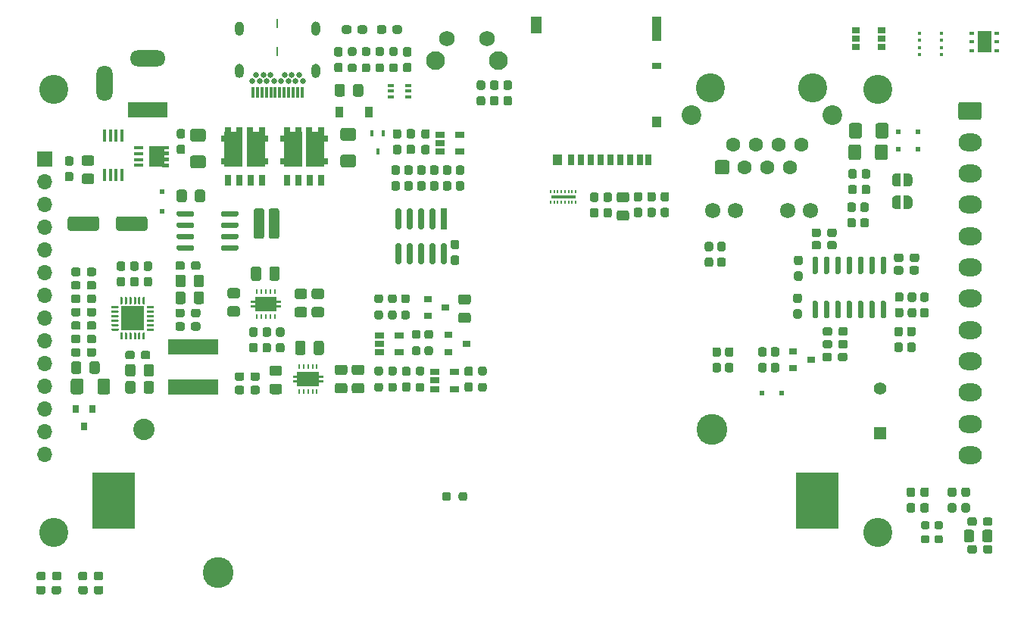
<source format=gbr>
%TF.GenerationSoftware,KiCad,Pcbnew,(5.1.7)-1*%
%TF.CreationDate,2020-11-26T18:08:09+01:00*%
%TF.ProjectId,Sleep_Monitor_2020__V2_0,536c6565-705f-44d6-9f6e-69746f725f32,rev?*%
%TF.SameCoordinates,Original*%
%TF.FileFunction,Soldermask,Top*%
%TF.FilePolarity,Negative*%
%FSLAX46Y46*%
G04 Gerber Fmt 4.6, Leading zero omitted, Abs format (unit mm)*
G04 Created by KiCad (PCBNEW (5.1.7)-1) date 2020-11-26 18:08:09*
%MOMM*%
%LPD*%
G01*
G04 APERTURE LIST*
%ADD10O,2.600000X2.000000*%
%ADD11C,0.100000*%
%ADD12C,0.650000*%
%ADD13R,0.300000X1.200000*%
%ADD14R,0.200000X1.000000*%
%ADD15O,1.700000X1.700000*%
%ADD16R,1.700000X1.700000*%
%ADD17C,3.250000*%
%ADD18R,4.400000X1.800000*%
%ADD19O,4.000000X1.800000*%
%ADD20O,1.800000X4.000000*%
%ADD21R,4.840000X6.350000*%
%ADD22C,3.450000*%
%ADD23C,2.390000*%
%ADD24C,1.600000*%
%ADD25C,2.200000*%
%ADD26C,1.720000*%
%ADD27R,0.599999X0.399999*%
%ADD28R,1.500000X2.400000*%
%ADD29R,0.400000X0.400000*%
%ADD30R,0.900000X0.700000*%
%ADD31R,1.060000X0.650000*%
%ADD32R,0.800000X0.800000*%
%ADD33R,2.100000X3.900000*%
%ADD34R,0.650000X1.250000*%
%ADD35R,0.725000X1.250000*%
%ADD36R,0.750000X1.250000*%
%ADD37C,2.100000*%
%ADD38C,1.750000*%
%ADD39R,0.650000X0.400000*%
%ADD40R,0.700000X1.200000*%
%ADD41R,1.000000X1.200000*%
%ADD42R,1.000000X0.800000*%
%ADD43R,1.000000X2.800000*%
%ADD44R,1.300000X1.900000*%
%ADD45O,0.760000X2.400000*%
%ADD46R,0.760000X2.400000*%
%ADD47R,0.500000X0.500000*%
%ADD48R,0.450000X0.700000*%
%ADD49R,1.400000X1.400000*%
%ADD50C,1.400000*%
%ADD51R,0.990000X0.405000*%
%ADD52R,0.450000X1.450000*%
%ADD53R,0.900000X1.200000*%
%ADD54R,5.699989X1.699999*%
%ADD55R,0.900000X0.800000*%
%ADD56R,0.800000X0.900000*%
%ADD57R,0.240000X0.600000*%
%ADD58R,2.600000X2.700000*%
%ADD59R,0.200000X0.450000*%
%ADD60R,2.800000X0.300000*%
G04 APERTURE END LIST*
D10*
%TO.C,J5*%
X139400000Y-80900000D03*
X139400000Y-77400000D03*
X139400000Y-73900000D03*
X139400000Y-70400000D03*
X139400000Y-66900000D03*
X139400000Y-63400000D03*
X139400000Y-59900000D03*
X139400000Y-56400000D03*
X139400000Y-52900000D03*
X139400000Y-49400000D03*
X139400000Y-45900000D03*
G36*
G01*
X138350000Y-41400000D02*
X140450000Y-41400000D01*
G75*
G02*
X140700000Y-41650000I0J-250000D01*
G01*
X140700000Y-43150000D01*
G75*
G02*
X140450000Y-43400000I-250000J0D01*
G01*
X138350000Y-43400000D01*
G75*
G02*
X138100000Y-43150000I0J250000D01*
G01*
X138100000Y-41650000D01*
G75*
G02*
X138350000Y-41400000I250000J0D01*
G01*
G37*
%TD*%
%TO.C,C16*%
G36*
G01*
X77836500Y-50250000D02*
X78311500Y-50250000D01*
G75*
G02*
X78549000Y-50487500I0J-237500D01*
G01*
X78549000Y-51062500D01*
G75*
G02*
X78311500Y-51300000I-237500J0D01*
G01*
X77836500Y-51300000D01*
G75*
G02*
X77599000Y-51062500I0J237500D01*
G01*
X77599000Y-50487500D01*
G75*
G02*
X77836500Y-50250000I237500J0D01*
G01*
G37*
G36*
G01*
X77836500Y-48500000D02*
X78311500Y-48500000D01*
G75*
G02*
X78549000Y-48737500I0J-237500D01*
G01*
X78549000Y-49312500D01*
G75*
G02*
X78311500Y-49550000I-237500J0D01*
G01*
X77836500Y-49550000D01*
G75*
G02*
X77599000Y-49312500I0J237500D01*
G01*
X77599000Y-48737500D01*
G75*
G02*
X77836500Y-48500000I237500J0D01*
G01*
G37*
%TD*%
%TO.C,R21*%
G36*
G01*
X79753500Y-49550000D02*
X79278500Y-49550000D01*
G75*
G02*
X79041000Y-49312500I0J237500D01*
G01*
X79041000Y-48737500D01*
G75*
G02*
X79278500Y-48500000I237500J0D01*
G01*
X79753500Y-48500000D01*
G75*
G02*
X79991000Y-48737500I0J-237500D01*
G01*
X79991000Y-49312500D01*
G75*
G02*
X79753500Y-49550000I-237500J0D01*
G01*
G37*
G36*
G01*
X79753500Y-51300000D02*
X79278500Y-51300000D01*
G75*
G02*
X79041000Y-51062500I0J237500D01*
G01*
X79041000Y-50487500D01*
G75*
G02*
X79278500Y-50250000I237500J0D01*
G01*
X79753500Y-50250000D01*
G75*
G02*
X79991000Y-50487500I0J-237500D01*
G01*
X79991000Y-51062500D01*
G75*
G02*
X79753500Y-51300000I-237500J0D01*
G01*
G37*
%TD*%
%TO.C,R15*%
G36*
G01*
X76652500Y-46180000D02*
X77127500Y-46180000D01*
G75*
G02*
X77365000Y-46417500I0J-237500D01*
G01*
X77365000Y-46992500D01*
G75*
G02*
X77127500Y-47230000I-237500J0D01*
G01*
X76652500Y-47230000D01*
G75*
G02*
X76415000Y-46992500I0J237500D01*
G01*
X76415000Y-46417500D01*
G75*
G02*
X76652500Y-46180000I237500J0D01*
G01*
G37*
G36*
G01*
X76652500Y-44430000D02*
X77127500Y-44430000D01*
G75*
G02*
X77365000Y-44667500I0J-237500D01*
G01*
X77365000Y-45242500D01*
G75*
G02*
X77127500Y-45480000I-237500J0D01*
G01*
X76652500Y-45480000D01*
G75*
G02*
X76415000Y-45242500I0J237500D01*
G01*
X76415000Y-44667500D01*
G75*
G02*
X76652500Y-44430000I237500J0D01*
G01*
G37*
%TD*%
%TO.C,R95*%
G36*
G01*
X110852500Y-70580000D02*
X111327500Y-70580000D01*
G75*
G02*
X111565000Y-70817500I0J-237500D01*
G01*
X111565000Y-71392500D01*
G75*
G02*
X111327500Y-71630000I-237500J0D01*
G01*
X110852500Y-71630000D01*
G75*
G02*
X110615000Y-71392500I0J237500D01*
G01*
X110615000Y-70817500D01*
G75*
G02*
X110852500Y-70580000I237500J0D01*
G01*
G37*
G36*
G01*
X110852500Y-68830000D02*
X111327500Y-68830000D01*
G75*
G02*
X111565000Y-69067500I0J-237500D01*
G01*
X111565000Y-69642500D01*
G75*
G02*
X111327500Y-69880000I-237500J0D01*
G01*
X110852500Y-69880000D01*
G75*
G02*
X110615000Y-69642500I0J237500D01*
G01*
X110615000Y-69067500D01*
G75*
G02*
X110852500Y-68830000I237500J0D01*
G01*
G37*
%TD*%
%TO.C,R91*%
G36*
G01*
X112252500Y-70580000D02*
X112727500Y-70580000D01*
G75*
G02*
X112965000Y-70817500I0J-237500D01*
G01*
X112965000Y-71392500D01*
G75*
G02*
X112727500Y-71630000I-237500J0D01*
G01*
X112252500Y-71630000D01*
G75*
G02*
X112015000Y-71392500I0J237500D01*
G01*
X112015000Y-70817500D01*
G75*
G02*
X112252500Y-70580000I237500J0D01*
G01*
G37*
G36*
G01*
X112252500Y-68830000D02*
X112727500Y-68830000D01*
G75*
G02*
X112965000Y-69067500I0J-237500D01*
G01*
X112965000Y-69642500D01*
G75*
G02*
X112727500Y-69880000I-237500J0D01*
G01*
X112252500Y-69880000D01*
G75*
G02*
X112015000Y-69642500I0J237500D01*
G01*
X112015000Y-69067500D01*
G75*
G02*
X112252500Y-68830000I237500J0D01*
G01*
G37*
%TD*%
%TO.C,R26*%
G36*
G01*
X40780000Y-95732500D02*
X40780000Y-96207500D01*
G75*
G02*
X40542500Y-96445000I-237500J0D01*
G01*
X39967500Y-96445000D01*
G75*
G02*
X39730000Y-96207500I0J237500D01*
G01*
X39730000Y-95732500D01*
G75*
G02*
X39967500Y-95495000I237500J0D01*
G01*
X40542500Y-95495000D01*
G75*
G02*
X40780000Y-95732500I0J-237500D01*
G01*
G37*
G36*
G01*
X42530000Y-95732500D02*
X42530000Y-96207500D01*
G75*
G02*
X42292500Y-96445000I-237500J0D01*
G01*
X41717500Y-96445000D01*
G75*
G02*
X41480000Y-96207500I0J237500D01*
G01*
X41480000Y-95732500D01*
G75*
G02*
X41717500Y-95495000I237500J0D01*
G01*
X42292500Y-95495000D01*
G75*
G02*
X42530000Y-95732500I0J-237500D01*
G01*
G37*
%TD*%
%TO.C,R25*%
G36*
G01*
X36050000Y-95732500D02*
X36050000Y-96207500D01*
G75*
G02*
X35812500Y-96445000I-237500J0D01*
G01*
X35237500Y-96445000D01*
G75*
G02*
X35000000Y-96207500I0J237500D01*
G01*
X35000000Y-95732500D01*
G75*
G02*
X35237500Y-95495000I237500J0D01*
G01*
X35812500Y-95495000D01*
G75*
G02*
X36050000Y-95732500I0J-237500D01*
G01*
G37*
G36*
G01*
X37800000Y-95732500D02*
X37800000Y-96207500D01*
G75*
G02*
X37562500Y-96445000I-237500J0D01*
G01*
X36987500Y-96445000D01*
G75*
G02*
X36750000Y-96207500I0J237500D01*
G01*
X36750000Y-95732500D01*
G75*
G02*
X36987500Y-95495000I237500J0D01*
G01*
X37562500Y-95495000D01*
G75*
G02*
X37800000Y-95732500I0J-237500D01*
G01*
G37*
%TD*%
%TO.C,D14*%
G36*
G01*
X41450000Y-94637500D02*
X41450000Y-94162500D01*
G75*
G02*
X41687500Y-93925000I237500J0D01*
G01*
X42262500Y-93925000D01*
G75*
G02*
X42500000Y-94162500I0J-237500D01*
G01*
X42500000Y-94637500D01*
G75*
G02*
X42262500Y-94875000I-237500J0D01*
G01*
X41687500Y-94875000D01*
G75*
G02*
X41450000Y-94637500I0J237500D01*
G01*
G37*
G36*
G01*
X39700000Y-94637500D02*
X39700000Y-94162500D01*
G75*
G02*
X39937500Y-93925000I237500J0D01*
G01*
X40512500Y-93925000D01*
G75*
G02*
X40750000Y-94162500I0J-237500D01*
G01*
X40750000Y-94637500D01*
G75*
G02*
X40512500Y-94875000I-237500J0D01*
G01*
X39937500Y-94875000D01*
G75*
G02*
X39700000Y-94637500I0J237500D01*
G01*
G37*
%TD*%
%TO.C,D13*%
G36*
G01*
X36795000Y-94637500D02*
X36795000Y-94162500D01*
G75*
G02*
X37032500Y-93925000I237500J0D01*
G01*
X37607500Y-93925000D01*
G75*
G02*
X37845000Y-94162500I0J-237500D01*
G01*
X37845000Y-94637500D01*
G75*
G02*
X37607500Y-94875000I-237500J0D01*
G01*
X37032500Y-94875000D01*
G75*
G02*
X36795000Y-94637500I0J237500D01*
G01*
G37*
G36*
G01*
X35045000Y-94637500D02*
X35045000Y-94162500D01*
G75*
G02*
X35282500Y-93925000I237500J0D01*
G01*
X35857500Y-93925000D01*
G75*
G02*
X36095000Y-94162500I0J-237500D01*
G01*
X36095000Y-94637500D01*
G75*
G02*
X35857500Y-94875000I-237500J0D01*
G01*
X35282500Y-94875000D01*
G75*
G02*
X35045000Y-94637500I0J237500D01*
G01*
G37*
%TD*%
D11*
%TO.C,JP6*%
G36*
X131170000Y-50869398D02*
G01*
X131145466Y-50869398D01*
X131096635Y-50864588D01*
X131048510Y-50855016D01*
X131001555Y-50840772D01*
X130956222Y-50821995D01*
X130912949Y-50798864D01*
X130872150Y-50771604D01*
X130834221Y-50740476D01*
X130799524Y-50705779D01*
X130768396Y-50667850D01*
X130741136Y-50627051D01*
X130718005Y-50583778D01*
X130699228Y-50538445D01*
X130684984Y-50491490D01*
X130675412Y-50443365D01*
X130670602Y-50394534D01*
X130670602Y-50370000D01*
X130670000Y-50370000D01*
X130670000Y-49870000D01*
X130670602Y-49870000D01*
X130670602Y-49845466D01*
X130675412Y-49796635D01*
X130684984Y-49748510D01*
X130699228Y-49701555D01*
X130718005Y-49656222D01*
X130741136Y-49612949D01*
X130768396Y-49572150D01*
X130799524Y-49534221D01*
X130834221Y-49499524D01*
X130872150Y-49468396D01*
X130912949Y-49441136D01*
X130956222Y-49418005D01*
X131001555Y-49399228D01*
X131048510Y-49384984D01*
X131096635Y-49375412D01*
X131145466Y-49370602D01*
X131170000Y-49370602D01*
X131170000Y-49370000D01*
X131670000Y-49370000D01*
X131670000Y-50870000D01*
X131170000Y-50870000D01*
X131170000Y-50869398D01*
G37*
G36*
X131970000Y-49370000D02*
G01*
X132470000Y-49370000D01*
X132470000Y-49370602D01*
X132494534Y-49370602D01*
X132543365Y-49375412D01*
X132591490Y-49384984D01*
X132638445Y-49399228D01*
X132683778Y-49418005D01*
X132727051Y-49441136D01*
X132767850Y-49468396D01*
X132805779Y-49499524D01*
X132840476Y-49534221D01*
X132871604Y-49572150D01*
X132898864Y-49612949D01*
X132921995Y-49656222D01*
X132940772Y-49701555D01*
X132955016Y-49748510D01*
X132964588Y-49796635D01*
X132969398Y-49845466D01*
X132969398Y-49870000D01*
X132970000Y-49870000D01*
X132970000Y-50370000D01*
X132969398Y-50370000D01*
X132969398Y-50394534D01*
X132964588Y-50443365D01*
X132955016Y-50491490D01*
X132940772Y-50538445D01*
X132921995Y-50583778D01*
X132898864Y-50627051D01*
X132871604Y-50667850D01*
X132840476Y-50705779D01*
X132805779Y-50740476D01*
X132767850Y-50771604D01*
X132727051Y-50798864D01*
X132683778Y-50821995D01*
X132638445Y-50840772D01*
X132591490Y-50855016D01*
X132543365Y-50864588D01*
X132494534Y-50869398D01*
X132470000Y-50869398D01*
X132470000Y-50870000D01*
X131970000Y-50870000D01*
X131970000Y-49370000D01*
G37*
%TD*%
%TO.C,JP5*%
G36*
X131170000Y-53369398D02*
G01*
X131145466Y-53369398D01*
X131096635Y-53364588D01*
X131048510Y-53355016D01*
X131001555Y-53340772D01*
X130956222Y-53321995D01*
X130912949Y-53298864D01*
X130872150Y-53271604D01*
X130834221Y-53240476D01*
X130799524Y-53205779D01*
X130768396Y-53167850D01*
X130741136Y-53127051D01*
X130718005Y-53083778D01*
X130699228Y-53038445D01*
X130684984Y-52991490D01*
X130675412Y-52943365D01*
X130670602Y-52894534D01*
X130670602Y-52870000D01*
X130670000Y-52870000D01*
X130670000Y-52370000D01*
X130670602Y-52370000D01*
X130670602Y-52345466D01*
X130675412Y-52296635D01*
X130684984Y-52248510D01*
X130699228Y-52201555D01*
X130718005Y-52156222D01*
X130741136Y-52112949D01*
X130768396Y-52072150D01*
X130799524Y-52034221D01*
X130834221Y-51999524D01*
X130872150Y-51968396D01*
X130912949Y-51941136D01*
X130956222Y-51918005D01*
X131001555Y-51899228D01*
X131048510Y-51884984D01*
X131096635Y-51875412D01*
X131145466Y-51870602D01*
X131170000Y-51870602D01*
X131170000Y-51870000D01*
X131670000Y-51870000D01*
X131670000Y-53370000D01*
X131170000Y-53370000D01*
X131170000Y-53369398D01*
G37*
G36*
X131970000Y-51870000D02*
G01*
X132470000Y-51870000D01*
X132470000Y-51870602D01*
X132494534Y-51870602D01*
X132543365Y-51875412D01*
X132591490Y-51884984D01*
X132638445Y-51899228D01*
X132683778Y-51918005D01*
X132727051Y-51941136D01*
X132767850Y-51968396D01*
X132805779Y-51999524D01*
X132840476Y-52034221D01*
X132871604Y-52072150D01*
X132898864Y-52112949D01*
X132921995Y-52156222D01*
X132940772Y-52201555D01*
X132955016Y-52248510D01*
X132964588Y-52296635D01*
X132969398Y-52345466D01*
X132969398Y-52370000D01*
X132970000Y-52370000D01*
X132970000Y-52870000D01*
X132969398Y-52870000D01*
X132969398Y-52894534D01*
X132964588Y-52943365D01*
X132955016Y-52991490D01*
X132940772Y-53038445D01*
X132921995Y-53083778D01*
X132898864Y-53127051D01*
X132871604Y-53167850D01*
X132840476Y-53205779D01*
X132805779Y-53240476D01*
X132767850Y-53271604D01*
X132727051Y-53298864D01*
X132683778Y-53321995D01*
X132638445Y-53340772D01*
X132591490Y-53355016D01*
X132543365Y-53364588D01*
X132494534Y-53369398D01*
X132470000Y-53369398D01*
X132470000Y-53370000D01*
X131970000Y-53370000D01*
X131970000Y-51870000D01*
G37*
%TD*%
%TO.C,C60*%
G36*
G01*
X83594165Y-72037500D02*
X83119165Y-72037500D01*
G75*
G02*
X82881665Y-71800000I0J237500D01*
G01*
X82881665Y-71225000D01*
G75*
G02*
X83119165Y-70987500I237500J0D01*
G01*
X83594165Y-70987500D01*
G75*
G02*
X83831665Y-71225000I0J-237500D01*
G01*
X83831665Y-71800000D01*
G75*
G02*
X83594165Y-72037500I-237500J0D01*
G01*
G37*
G36*
G01*
X83594165Y-73787500D02*
X83119165Y-73787500D01*
G75*
G02*
X82881665Y-73550000I0J237500D01*
G01*
X82881665Y-72975000D01*
G75*
G02*
X83119165Y-72737500I237500J0D01*
G01*
X83594165Y-72737500D01*
G75*
G02*
X83831665Y-72975000I0J-237500D01*
G01*
X83831665Y-73550000D01*
G75*
G02*
X83594165Y-73787500I-237500J0D01*
G01*
G37*
%TD*%
D12*
%TO.C,J3*%
X61200000Y-38380000D03*
X62800000Y-38380000D03*
X60400000Y-38380000D03*
X63600000Y-38380000D03*
X64400000Y-38380000D03*
X59600000Y-38380000D03*
X61600000Y-39080000D03*
X62400000Y-39080000D03*
X63200000Y-39080000D03*
X60800000Y-39080000D03*
X60000000Y-39080000D03*
X64000000Y-39080000D03*
X64800000Y-39080000D03*
X59200000Y-39080000D03*
D13*
X59250000Y-40330000D03*
X59750000Y-40330000D03*
X60250000Y-40330000D03*
X60750000Y-40330000D03*
X61250000Y-40330000D03*
X61750000Y-40330000D03*
X62250000Y-40330000D03*
X62750000Y-40330000D03*
X63250000Y-40330000D03*
X63750000Y-40330000D03*
X64250000Y-40330000D03*
X64750000Y-40330000D03*
D14*
X62000000Y-35750000D03*
X62000000Y-32650000D03*
G36*
G01*
X58230000Y-32900000D02*
X58230000Y-33500000D01*
G75*
G02*
X57730000Y-34000000I-500000J0D01*
G01*
X57730000Y-34000000D01*
G75*
G02*
X57230000Y-33500000I0J500000D01*
G01*
X57230000Y-32900000D01*
G75*
G02*
X57730000Y-32400000I500000J0D01*
G01*
X57730000Y-32400000D01*
G75*
G02*
X58230000Y-32900000I0J-500000D01*
G01*
G37*
G36*
G01*
X66770000Y-32900000D02*
X66770000Y-33500000D01*
G75*
G02*
X66270000Y-34000000I-500000J0D01*
G01*
X66270000Y-34000000D01*
G75*
G02*
X65770000Y-33500000I0J500000D01*
G01*
X65770000Y-32900000D01*
G75*
G02*
X66270000Y-32400000I500000J0D01*
G01*
X66270000Y-32400000D01*
G75*
G02*
X66770000Y-32900000I0J-500000D01*
G01*
G37*
G36*
G01*
X58230000Y-37630000D02*
X58230000Y-38230000D01*
G75*
G02*
X57730000Y-38730000I-500000J0D01*
G01*
X57730000Y-38730000D01*
G75*
G02*
X57230000Y-38230000I0J500000D01*
G01*
X57230000Y-37630000D01*
G75*
G02*
X57730000Y-37130000I500000J0D01*
G01*
X57730000Y-37130000D01*
G75*
G02*
X58230000Y-37630000I0J-500000D01*
G01*
G37*
G36*
G01*
X66770000Y-37630000D02*
X66770000Y-38230000D01*
G75*
G02*
X66270000Y-38730000I-500000J0D01*
G01*
X66270000Y-38730000D01*
G75*
G02*
X65770000Y-38230000I0J500000D01*
G01*
X65770000Y-37630000D01*
G75*
G02*
X66270000Y-37130000I500000J0D01*
G01*
X66270000Y-37130000D01*
G75*
G02*
X66770000Y-37630000I0J-500000D01*
G01*
G37*
%TD*%
%TO.C,R23*%
G36*
G01*
X75427500Y-49550000D02*
X74952500Y-49550000D01*
G75*
G02*
X74715000Y-49312500I0J237500D01*
G01*
X74715000Y-48737500D01*
G75*
G02*
X74952500Y-48500000I237500J0D01*
G01*
X75427500Y-48500000D01*
G75*
G02*
X75665000Y-48737500I0J-237500D01*
G01*
X75665000Y-49312500D01*
G75*
G02*
X75427500Y-49550000I-237500J0D01*
G01*
G37*
G36*
G01*
X75427500Y-51300000D02*
X74952500Y-51300000D01*
G75*
G02*
X74715000Y-51062500I0J237500D01*
G01*
X74715000Y-50487500D01*
G75*
G02*
X74952500Y-50250000I237500J0D01*
G01*
X75427500Y-50250000D01*
G75*
G02*
X75665000Y-50487500I0J-237500D01*
G01*
X75665000Y-51062500D01*
G75*
G02*
X75427500Y-51300000I-237500J0D01*
G01*
G37*
%TD*%
%TO.C,C18*%
G36*
G01*
X82162500Y-50250000D02*
X82637500Y-50250000D01*
G75*
G02*
X82875000Y-50487500I0J-237500D01*
G01*
X82875000Y-51062500D01*
G75*
G02*
X82637500Y-51300000I-237500J0D01*
G01*
X82162500Y-51300000D01*
G75*
G02*
X81925000Y-51062500I0J237500D01*
G01*
X81925000Y-50487500D01*
G75*
G02*
X82162500Y-50250000I237500J0D01*
G01*
G37*
G36*
G01*
X82162500Y-48500000D02*
X82637500Y-48500000D01*
G75*
G02*
X82875000Y-48737500I0J-237500D01*
G01*
X82875000Y-49312500D01*
G75*
G02*
X82637500Y-49550000I-237500J0D01*
G01*
X82162500Y-49550000D01*
G75*
G02*
X81925000Y-49312500I0J237500D01*
G01*
X81925000Y-48737500D01*
G75*
G02*
X82162500Y-48500000I237500J0D01*
G01*
G37*
%TD*%
D15*
%TO.C,U29*%
X36000000Y-52880000D03*
X36000000Y-65580000D03*
X36000000Y-57960000D03*
X36000000Y-68120000D03*
X36000000Y-78280000D03*
X36000000Y-50340000D03*
X36000000Y-75740000D03*
X36000000Y-60500000D03*
X36000000Y-73200000D03*
X36000000Y-70660000D03*
X36000000Y-63040000D03*
D16*
X36000000Y-47800000D03*
D15*
X36000000Y-80820000D03*
X36000000Y-55420000D03*
D17*
X129100000Y-40000000D03*
X129100000Y-89500000D03*
X37000000Y-89500000D03*
X37000000Y-40000000D03*
%TD*%
D18*
%TO.C,J1*%
X47500000Y-42300000D03*
D19*
X47500000Y-36500000D03*
D20*
X42700000Y-39300000D03*
%TD*%
D21*
%TO.C,BT2*%
X43670000Y-86000000D03*
X122330000Y-86000000D03*
D22*
X110600000Y-78000000D03*
X55400000Y-94000000D03*
D23*
X47070000Y-78000000D03*
%TD*%
%TO.C,TH1*%
G36*
G01*
X82237500Y-85737500D02*
X82237500Y-85262500D01*
G75*
G02*
X82475000Y-85025000I237500J0D01*
G01*
X82975000Y-85025000D01*
G75*
G02*
X83212500Y-85262500I0J-237500D01*
G01*
X83212500Y-85737500D01*
G75*
G02*
X82975000Y-85975000I-237500J0D01*
G01*
X82475000Y-85975000D01*
G75*
G02*
X82237500Y-85737500I0J237500D01*
G01*
G37*
G36*
G01*
X80412500Y-85737500D02*
X80412500Y-85262500D01*
G75*
G02*
X80650000Y-85025000I237500J0D01*
G01*
X81150000Y-85025000D01*
G75*
G02*
X81387500Y-85262500I0J-237500D01*
G01*
X81387500Y-85737500D01*
G75*
G02*
X81150000Y-85975000I-237500J0D01*
G01*
X80650000Y-85975000D01*
G75*
G02*
X80412500Y-85737500I0J237500D01*
G01*
G37*
%TD*%
%TO.C,U27*%
G36*
G01*
X112500000Y-48148000D02*
X112500000Y-49252000D01*
G75*
G02*
X112252000Y-49500000I-248000J0D01*
G01*
X111148000Y-49500000D01*
G75*
G02*
X110900000Y-49252000I0J248000D01*
G01*
X110900000Y-48148000D01*
G75*
G02*
X111148000Y-47900000I248000J0D01*
G01*
X112252000Y-47900000D01*
G75*
G02*
X112500000Y-48148000I0J-248000D01*
G01*
G37*
D24*
X112970000Y-46160000D03*
X114240000Y-48700000D03*
X115510000Y-46160000D03*
X116780000Y-48700000D03*
X118050000Y-46160000D03*
X119320000Y-48700000D03*
X120590000Y-46160000D03*
D17*
X110430000Y-39810000D03*
X121860000Y-39810000D03*
D25*
X108245000Y-42860000D03*
X124045000Y-42860000D03*
D26*
X113220000Y-53530000D03*
X119070000Y-53530000D03*
X110680000Y-53530000D03*
X121610000Y-53530000D03*
%TD*%
D27*
%TO.C,U11*%
X142400001Y-35700001D03*
X142400001Y-34700001D03*
X142400001Y-33699999D03*
X139600001Y-35700001D03*
X139600001Y-34700001D03*
X139600001Y-33699999D03*
D28*
X141000000Y-34700000D03*
%TD*%
%TO.C,R46*%
G36*
G01*
X70577500Y-36250000D02*
X70102500Y-36250000D01*
G75*
G02*
X69865000Y-36012500I0J237500D01*
G01*
X69865000Y-35512500D01*
G75*
G02*
X70102500Y-35275000I237500J0D01*
G01*
X70577500Y-35275000D01*
G75*
G02*
X70815000Y-35512500I0J-237500D01*
G01*
X70815000Y-36012500D01*
G75*
G02*
X70577500Y-36250000I-237500J0D01*
G01*
G37*
G36*
G01*
X70577500Y-38075000D02*
X70102500Y-38075000D01*
G75*
G02*
X69865000Y-37837500I0J237500D01*
G01*
X69865000Y-37337500D01*
G75*
G02*
X70102500Y-37100000I237500J0D01*
G01*
X70577500Y-37100000D01*
G75*
G02*
X70815000Y-37337500I0J-237500D01*
G01*
X70815000Y-37837500D01*
G75*
G02*
X70577500Y-38075000I-237500J0D01*
G01*
G37*
%TD*%
%TO.C,R45*%
G36*
G01*
X71642500Y-37100000D02*
X72117500Y-37100000D01*
G75*
G02*
X72355000Y-37337500I0J-237500D01*
G01*
X72355000Y-37837500D01*
G75*
G02*
X72117500Y-38075000I-237500J0D01*
G01*
X71642500Y-38075000D01*
G75*
G02*
X71405000Y-37837500I0J237500D01*
G01*
X71405000Y-37337500D01*
G75*
G02*
X71642500Y-37100000I237500J0D01*
G01*
G37*
G36*
G01*
X71642500Y-35275000D02*
X72117500Y-35275000D01*
G75*
G02*
X72355000Y-35512500I0J-237500D01*
G01*
X72355000Y-36012500D01*
G75*
G02*
X72117500Y-36250000I-237500J0D01*
G01*
X71642500Y-36250000D01*
G75*
G02*
X71405000Y-36012500I0J237500D01*
G01*
X71405000Y-35512500D01*
G75*
G02*
X71642500Y-35275000I237500J0D01*
G01*
G37*
%TD*%
%TO.C,R41*%
G36*
G01*
X75197500Y-36250000D02*
X74722500Y-36250000D01*
G75*
G02*
X74485000Y-36012500I0J237500D01*
G01*
X74485000Y-35512500D01*
G75*
G02*
X74722500Y-35275000I237500J0D01*
G01*
X75197500Y-35275000D01*
G75*
G02*
X75435000Y-35512500I0J-237500D01*
G01*
X75435000Y-36012500D01*
G75*
G02*
X75197500Y-36250000I-237500J0D01*
G01*
G37*
G36*
G01*
X75197500Y-38075000D02*
X74722500Y-38075000D01*
G75*
G02*
X74485000Y-37837500I0J237500D01*
G01*
X74485000Y-37337500D01*
G75*
G02*
X74722500Y-37100000I237500J0D01*
G01*
X75197500Y-37100000D01*
G75*
G02*
X75435000Y-37337500I0J-237500D01*
G01*
X75435000Y-37837500D01*
G75*
G02*
X75197500Y-38075000I-237500J0D01*
G01*
G37*
%TD*%
%TO.C,R40*%
G36*
G01*
X73182500Y-37100000D02*
X73657500Y-37100000D01*
G75*
G02*
X73895000Y-37337500I0J-237500D01*
G01*
X73895000Y-37837500D01*
G75*
G02*
X73657500Y-38075000I-237500J0D01*
G01*
X73182500Y-38075000D01*
G75*
G02*
X72945000Y-37837500I0J237500D01*
G01*
X72945000Y-37337500D01*
G75*
G02*
X73182500Y-37100000I237500J0D01*
G01*
G37*
G36*
G01*
X73182500Y-35275000D02*
X73657500Y-35275000D01*
G75*
G02*
X73895000Y-35512500I0J-237500D01*
G01*
X73895000Y-36012500D01*
G75*
G02*
X73657500Y-36250000I-237500J0D01*
G01*
X73182500Y-36250000D01*
G75*
G02*
X72945000Y-36012500I0J237500D01*
G01*
X72945000Y-35512500D01*
G75*
G02*
X73182500Y-35275000I237500J0D01*
G01*
G37*
%TD*%
D29*
%TO.C,U16*%
X133800000Y-33700000D03*
X133800000Y-34500000D03*
X133800000Y-35300000D03*
X133800000Y-36100000D03*
X136200000Y-36100000D03*
X136200000Y-35300000D03*
X136200000Y-34500000D03*
X136200000Y-33700000D03*
%TD*%
D30*
%TO.C,U12*%
X129550000Y-33350001D03*
X129550000Y-34300001D03*
X129550000Y-35250001D03*
X126650000Y-35250001D03*
X126650000Y-34300001D03*
X126650000Y-33350001D03*
%TD*%
D31*
%TO.C,U8*%
X82400000Y-45050000D03*
X82400000Y-46950000D03*
X80200000Y-46950000D03*
X80200000Y-46000000D03*
X80200000Y-45050000D03*
%TD*%
D32*
%TO.C,U4*%
X60641400Y-45531600D03*
X60641400Y-47995400D03*
X56044000Y-45531600D03*
X56044000Y-47995400D03*
D33*
X59600000Y-46700000D03*
X57085400Y-46700000D03*
D34*
X57695000Y-50137000D03*
X60235000Y-50137000D03*
D35*
X60285800Y-44787000D03*
D34*
X58965000Y-50137000D03*
D35*
X58914200Y-44787000D03*
D36*
X57745800Y-44795000D03*
D34*
X56425000Y-50137000D03*
D36*
X56425000Y-44795000D03*
%TD*%
D32*
%TO.C,U5*%
X67256000Y-45531600D03*
X67256000Y-47995400D03*
X62658600Y-45531600D03*
X62658600Y-47995400D03*
D33*
X66214600Y-46700000D03*
X63700000Y-46700000D03*
D34*
X64309600Y-50137000D03*
X66849600Y-50137000D03*
D35*
X66900400Y-44787000D03*
D34*
X65579600Y-50137000D03*
D35*
X65528800Y-44787000D03*
D36*
X64360400Y-44795000D03*
D34*
X63039600Y-50137000D03*
D36*
X63039600Y-44795000D03*
%TD*%
D37*
%TO.C,SW1*%
X79650000Y-36790000D03*
D38*
X80900000Y-34300000D03*
X85400000Y-34300000D03*
D37*
X86660000Y-36790000D03*
%TD*%
%TO.C,R44*%
G36*
G01*
X76737500Y-36325000D02*
X76262500Y-36325000D01*
G75*
G02*
X76025000Y-36087500I0J237500D01*
G01*
X76025000Y-35512500D01*
G75*
G02*
X76262500Y-35275000I237500J0D01*
G01*
X76737500Y-35275000D01*
G75*
G02*
X76975000Y-35512500I0J-237500D01*
G01*
X76975000Y-36087500D01*
G75*
G02*
X76737500Y-36325000I-237500J0D01*
G01*
G37*
G36*
G01*
X76737500Y-38075000D02*
X76262500Y-38075000D01*
G75*
G02*
X76025000Y-37837500I0J237500D01*
G01*
X76025000Y-37262500D01*
G75*
G02*
X76262500Y-37025000I237500J0D01*
G01*
X76737500Y-37025000D01*
G75*
G02*
X76975000Y-37262500I0J-237500D01*
G01*
X76975000Y-37837500D01*
G75*
G02*
X76737500Y-38075000I-237500J0D01*
G01*
G37*
%TD*%
%TO.C,R39*%
G36*
G01*
X69037500Y-36325000D02*
X68562500Y-36325000D01*
G75*
G02*
X68325000Y-36087500I0J237500D01*
G01*
X68325000Y-35512500D01*
G75*
G02*
X68562500Y-35275000I237500J0D01*
G01*
X69037500Y-35275000D01*
G75*
G02*
X69275000Y-35512500I0J-237500D01*
G01*
X69275000Y-36087500D01*
G75*
G02*
X69037500Y-36325000I-237500J0D01*
G01*
G37*
G36*
G01*
X69037500Y-38075000D02*
X68562500Y-38075000D01*
G75*
G02*
X68325000Y-37837500I0J237500D01*
G01*
X68325000Y-37262500D01*
G75*
G02*
X68562500Y-37025000I237500J0D01*
G01*
X69037500Y-37025000D01*
G75*
G02*
X69275000Y-37262500I0J-237500D01*
G01*
X69275000Y-37837500D01*
G75*
G02*
X69037500Y-38075000I-237500J0D01*
G01*
G37*
%TD*%
%TO.C,R22*%
G36*
G01*
X76869500Y-49550000D02*
X76394500Y-49550000D01*
G75*
G02*
X76157000Y-49312500I0J237500D01*
G01*
X76157000Y-48737500D01*
G75*
G02*
X76394500Y-48500000I237500J0D01*
G01*
X76869500Y-48500000D01*
G75*
G02*
X77107000Y-48737500I0J-237500D01*
G01*
X77107000Y-49312500D01*
G75*
G02*
X76869500Y-49550000I-237500J0D01*
G01*
G37*
G36*
G01*
X76869500Y-51300000D02*
X76394500Y-51300000D01*
G75*
G02*
X76157000Y-51062500I0J237500D01*
G01*
X76157000Y-50487500D01*
G75*
G02*
X76394500Y-50250000I237500J0D01*
G01*
X76869500Y-50250000D01*
G75*
G02*
X77107000Y-50487500I0J-237500D01*
G01*
X77107000Y-51062500D01*
G75*
G02*
X76869500Y-51300000I-237500J0D01*
G01*
G37*
%TD*%
%TO.C,R20*%
G36*
G01*
X80720500Y-50250000D02*
X81195500Y-50250000D01*
G75*
G02*
X81433000Y-50487500I0J-237500D01*
G01*
X81433000Y-51062500D01*
G75*
G02*
X81195500Y-51300000I-237500J0D01*
G01*
X80720500Y-51300000D01*
G75*
G02*
X80483000Y-51062500I0J237500D01*
G01*
X80483000Y-50487500D01*
G75*
G02*
X80720500Y-50250000I237500J0D01*
G01*
G37*
G36*
G01*
X80720500Y-48500000D02*
X81195500Y-48500000D01*
G75*
G02*
X81433000Y-48737500I0J-237500D01*
G01*
X81433000Y-49312500D01*
G75*
G02*
X81195500Y-49550000I-237500J0D01*
G01*
X80720500Y-49550000D01*
G75*
G02*
X80483000Y-49312500I0J237500D01*
G01*
X80483000Y-48737500D01*
G75*
G02*
X80720500Y-48500000I237500J0D01*
G01*
G37*
%TD*%
%TO.C,R19*%
G36*
G01*
X78777500Y-45500000D02*
X78302500Y-45500000D01*
G75*
G02*
X78065000Y-45262500I0J237500D01*
G01*
X78065000Y-44687500D01*
G75*
G02*
X78302500Y-44450000I237500J0D01*
G01*
X78777500Y-44450000D01*
G75*
G02*
X79015000Y-44687500I0J-237500D01*
G01*
X79015000Y-45262500D01*
G75*
G02*
X78777500Y-45500000I-237500J0D01*
G01*
G37*
G36*
G01*
X78777500Y-47250000D02*
X78302500Y-47250000D01*
G75*
G02*
X78065000Y-47012500I0J237500D01*
G01*
X78065000Y-46437500D01*
G75*
G02*
X78302500Y-46200000I237500J0D01*
G01*
X78777500Y-46200000D01*
G75*
G02*
X79015000Y-46437500I0J-237500D01*
G01*
X79015000Y-47012500D01*
G75*
G02*
X78777500Y-47250000I-237500J0D01*
G01*
G37*
%TD*%
%TO.C,R16*%
G36*
G01*
X52750000Y-52350001D02*
X52750000Y-51449999D01*
G75*
G02*
X52999999Y-51200000I249999J0D01*
G01*
X53650001Y-51200000D01*
G75*
G02*
X53900000Y-51449999I0J-249999D01*
G01*
X53900000Y-52350001D01*
G75*
G02*
X53650001Y-52600000I-249999J0D01*
G01*
X52999999Y-52600000D01*
G75*
G02*
X52750000Y-52350001I0J249999D01*
G01*
G37*
G36*
G01*
X50700000Y-52350001D02*
X50700000Y-51449999D01*
G75*
G02*
X50949999Y-51200000I249999J0D01*
G01*
X51600001Y-51200000D01*
G75*
G02*
X51850000Y-51449999I0J-249999D01*
G01*
X51850000Y-52350001D01*
G75*
G02*
X51600001Y-52600000I-249999J0D01*
G01*
X50949999Y-52600000D01*
G75*
G02*
X50700000Y-52350001I0J249999D01*
G01*
G37*
%TD*%
%TO.C,R12*%
G36*
G01*
X60512500Y-53550275D02*
X60512500Y-56449725D01*
G75*
G02*
X60262225Y-56700000I-250275J0D01*
G01*
X59587775Y-56700000D01*
G75*
G02*
X59337500Y-56449725I0J250275D01*
G01*
X59337500Y-53550275D01*
G75*
G02*
X59587775Y-53300000I250275J0D01*
G01*
X60262225Y-53300000D01*
G75*
G02*
X60512500Y-53550275I0J-250275D01*
G01*
G37*
G36*
G01*
X62187500Y-53550275D02*
X62187500Y-56449725D01*
G75*
G02*
X61937225Y-56700000I-250275J0D01*
G01*
X61262775Y-56700000D01*
G75*
G02*
X61012500Y-56449725I0J250275D01*
G01*
X61012500Y-53550275D01*
G75*
G02*
X61262775Y-53300000I250275J0D01*
G01*
X61937225Y-53300000D01*
G75*
G02*
X62187500Y-53550275I0J-250275D01*
G01*
G37*
%TD*%
%TO.C,R10*%
G36*
G01*
X70525000Y-45737500D02*
X69275000Y-45737500D01*
G75*
G02*
X69025000Y-45487500I0J250000D01*
G01*
X69025000Y-44562500D01*
G75*
G02*
X69275000Y-44312500I250000J0D01*
G01*
X70525000Y-44312500D01*
G75*
G02*
X70775000Y-44562500I0J-250000D01*
G01*
X70775000Y-45487500D01*
G75*
G02*
X70525000Y-45737500I-250000J0D01*
G01*
G37*
G36*
G01*
X70525000Y-48712500D02*
X69275000Y-48712500D01*
G75*
G02*
X69025000Y-48462500I0J250000D01*
G01*
X69025000Y-47537500D01*
G75*
G02*
X69275000Y-47287500I250000J0D01*
G01*
X70525000Y-47287500D01*
G75*
G02*
X70775000Y-47537500I0J-250000D01*
G01*
X70775000Y-48462500D01*
G75*
G02*
X70525000Y-48712500I-250000J0D01*
G01*
G37*
%TD*%
D39*
%TO.C,Q4*%
X74700000Y-40850000D03*
X74700000Y-39550000D03*
X76600000Y-40200000D03*
X74700000Y-40200000D03*
X76600000Y-39550000D03*
X76600000Y-40850000D03*
%TD*%
%TO.C,Q2*%
G36*
G01*
X55675000Y-54050000D02*
X55675000Y-53750000D01*
G75*
G02*
X55825000Y-53600000I150000J0D01*
G01*
X57475000Y-53600000D01*
G75*
G02*
X57625000Y-53750000I0J-150000D01*
G01*
X57625000Y-54050000D01*
G75*
G02*
X57475000Y-54200000I-150000J0D01*
G01*
X55825000Y-54200000D01*
G75*
G02*
X55675000Y-54050000I0J150000D01*
G01*
G37*
G36*
G01*
X55675000Y-55320000D02*
X55675000Y-55020000D01*
G75*
G02*
X55825000Y-54870000I150000J0D01*
G01*
X57475000Y-54870000D01*
G75*
G02*
X57625000Y-55020000I0J-150000D01*
G01*
X57625000Y-55320000D01*
G75*
G02*
X57475000Y-55470000I-150000J0D01*
G01*
X55825000Y-55470000D01*
G75*
G02*
X55675000Y-55320000I0J150000D01*
G01*
G37*
G36*
G01*
X55675000Y-56590000D02*
X55675000Y-56290000D01*
G75*
G02*
X55825000Y-56140000I150000J0D01*
G01*
X57475000Y-56140000D01*
G75*
G02*
X57625000Y-56290000I0J-150000D01*
G01*
X57625000Y-56590000D01*
G75*
G02*
X57475000Y-56740000I-150000J0D01*
G01*
X55825000Y-56740000D01*
G75*
G02*
X55675000Y-56590000I0J150000D01*
G01*
G37*
G36*
G01*
X55675000Y-57860000D02*
X55675000Y-57560000D01*
G75*
G02*
X55825000Y-57410000I150000J0D01*
G01*
X57475000Y-57410000D01*
G75*
G02*
X57625000Y-57560000I0J-150000D01*
G01*
X57625000Y-57860000D01*
G75*
G02*
X57475000Y-58010000I-150000J0D01*
G01*
X55825000Y-58010000D01*
G75*
G02*
X55675000Y-57860000I0J150000D01*
G01*
G37*
G36*
G01*
X50725000Y-57860000D02*
X50725000Y-57560000D01*
G75*
G02*
X50875000Y-57410000I150000J0D01*
G01*
X52525000Y-57410000D01*
G75*
G02*
X52675000Y-57560000I0J-150000D01*
G01*
X52675000Y-57860000D01*
G75*
G02*
X52525000Y-58010000I-150000J0D01*
G01*
X50875000Y-58010000D01*
G75*
G02*
X50725000Y-57860000I0J150000D01*
G01*
G37*
G36*
G01*
X50725000Y-56590000D02*
X50725000Y-56290000D01*
G75*
G02*
X50875000Y-56140000I150000J0D01*
G01*
X52525000Y-56140000D01*
G75*
G02*
X52675000Y-56290000I0J-150000D01*
G01*
X52675000Y-56590000D01*
G75*
G02*
X52525000Y-56740000I-150000J0D01*
G01*
X50875000Y-56740000D01*
G75*
G02*
X50725000Y-56590000I0J150000D01*
G01*
G37*
G36*
G01*
X50725000Y-55320000D02*
X50725000Y-55020000D01*
G75*
G02*
X50875000Y-54870000I150000J0D01*
G01*
X52525000Y-54870000D01*
G75*
G02*
X52675000Y-55020000I0J-150000D01*
G01*
X52675000Y-55320000D01*
G75*
G02*
X52525000Y-55470000I-150000J0D01*
G01*
X50875000Y-55470000D01*
G75*
G02*
X50725000Y-55320000I0J150000D01*
G01*
G37*
G36*
G01*
X50725000Y-54050000D02*
X50725000Y-53750000D01*
G75*
G02*
X50875000Y-53600000I150000J0D01*
G01*
X52525000Y-53600000D01*
G75*
G02*
X52675000Y-53750000I0J-150000D01*
G01*
X52675000Y-54050000D01*
G75*
G02*
X52525000Y-54200000I-150000J0D01*
G01*
X50875000Y-54200000D01*
G75*
G02*
X50725000Y-54050000I0J150000D01*
G01*
G37*
%TD*%
D40*
%TO.C,J4*%
X103450000Y-47900000D03*
X102500000Y-47900000D03*
X94800000Y-47900000D03*
X95900000Y-47900000D03*
X97000000Y-47900000D03*
X98100000Y-47900000D03*
X99200000Y-47900000D03*
X100300000Y-47900000D03*
X101400000Y-47900000D03*
D41*
X93250000Y-47900000D03*
X104400000Y-43600000D03*
D42*
X104400000Y-37400000D03*
D43*
X104400000Y-33250000D03*
D44*
X90900000Y-32800000D03*
%TD*%
D45*
%TO.C,J2*%
X75539600Y-54472400D03*
X75539600Y-58372400D03*
X76809600Y-54472400D03*
X76809600Y-58372400D03*
X78079600Y-54472400D03*
X78079600Y-58372400D03*
X79349600Y-54472400D03*
X79349600Y-58372400D03*
D46*
X80619600Y-54472400D03*
D45*
X80619600Y-58372400D03*
%TD*%
%TO.C,F1*%
G36*
G01*
X52475000Y-47387500D02*
X53725000Y-47387500D01*
G75*
G02*
X53975000Y-47637500I0J-250000D01*
G01*
X53975000Y-48562500D01*
G75*
G02*
X53725000Y-48812500I-250000J0D01*
G01*
X52475000Y-48812500D01*
G75*
G02*
X52225000Y-48562500I0J250000D01*
G01*
X52225000Y-47637500D01*
G75*
G02*
X52475000Y-47387500I250000J0D01*
G01*
G37*
G36*
G01*
X52475000Y-44412500D02*
X53725000Y-44412500D01*
G75*
G02*
X53975000Y-44662500I0J-250000D01*
G01*
X53975000Y-45587500D01*
G75*
G02*
X53725000Y-45837500I-250000J0D01*
G01*
X52475000Y-45837500D01*
G75*
G02*
X52225000Y-45587500I0J250000D01*
G01*
X52225000Y-44662500D01*
G75*
G02*
X52475000Y-44412500I250000J0D01*
G01*
G37*
%TD*%
%TO.C,D18*%
G36*
G01*
X74150000Y-33062500D02*
X74150000Y-33537500D01*
G75*
G02*
X73912500Y-33775000I-237500J0D01*
G01*
X73337500Y-33775000D01*
G75*
G02*
X73100000Y-33537500I0J237500D01*
G01*
X73100000Y-33062500D01*
G75*
G02*
X73337500Y-32825000I237500J0D01*
G01*
X73912500Y-32825000D01*
G75*
G02*
X74150000Y-33062500I0J-237500D01*
G01*
G37*
G36*
G01*
X75900000Y-33062500D02*
X75900000Y-33537500D01*
G75*
G02*
X75662500Y-33775000I-237500J0D01*
G01*
X75087500Y-33775000D01*
G75*
G02*
X74850000Y-33537500I0J237500D01*
G01*
X74850000Y-33062500D01*
G75*
G02*
X75087500Y-32825000I237500J0D01*
G01*
X75662500Y-32825000D01*
G75*
G02*
X75900000Y-33062500I0J-237500D01*
G01*
G37*
%TD*%
%TO.C,D17*%
G36*
G01*
X70950000Y-33537500D02*
X70950000Y-33062500D01*
G75*
G02*
X71187500Y-32825000I237500J0D01*
G01*
X71762500Y-32825000D01*
G75*
G02*
X72000000Y-33062500I0J-237500D01*
G01*
X72000000Y-33537500D01*
G75*
G02*
X71762500Y-33775000I-237500J0D01*
G01*
X71187500Y-33775000D01*
G75*
G02*
X70950000Y-33537500I0J237500D01*
G01*
G37*
G36*
G01*
X69200000Y-33537500D02*
X69200000Y-33062500D01*
G75*
G02*
X69437500Y-32825000I237500J0D01*
G01*
X70012500Y-32825000D01*
G75*
G02*
X70250000Y-33062500I0J-237500D01*
G01*
X70250000Y-33537500D01*
G75*
G02*
X70012500Y-33775000I-237500J0D01*
G01*
X69437500Y-33775000D01*
G75*
G02*
X69200000Y-33537500I0J237500D01*
G01*
G37*
%TD*%
D47*
%TO.C,D12*%
X49100000Y-51400000D03*
X49100000Y-53600000D03*
%TD*%
D48*
%TO.C,D11*%
X73200000Y-46900000D03*
X72550000Y-44900000D03*
X73850000Y-44900000D03*
%TD*%
%TO.C,C89*%
G36*
G01*
X43950000Y-55550000D02*
X43950000Y-54450000D01*
G75*
G02*
X44200000Y-54200000I250000J0D01*
G01*
X47200000Y-54200000D01*
G75*
G02*
X47450000Y-54450000I0J-250000D01*
G01*
X47450000Y-55550000D01*
G75*
G02*
X47200000Y-55800000I-250000J0D01*
G01*
X44200000Y-55800000D01*
G75*
G02*
X43950000Y-55550000I0J250000D01*
G01*
G37*
G36*
G01*
X38550000Y-55550000D02*
X38550000Y-54450000D01*
G75*
G02*
X38800000Y-54200000I250000J0D01*
G01*
X41800000Y-54200000D01*
G75*
G02*
X42050000Y-54450000I0J-250000D01*
G01*
X42050000Y-55550000D01*
G75*
G02*
X41800000Y-55800000I-250000J0D01*
G01*
X38800000Y-55800000D01*
G75*
G02*
X38550000Y-55550000I0J250000D01*
G01*
G37*
%TD*%
%TO.C,C88*%
G36*
G01*
X38937500Y-48525000D02*
X38462500Y-48525000D01*
G75*
G02*
X38225000Y-48287500I0J237500D01*
G01*
X38225000Y-47712500D01*
G75*
G02*
X38462500Y-47475000I237500J0D01*
G01*
X38937500Y-47475000D01*
G75*
G02*
X39175000Y-47712500I0J-237500D01*
G01*
X39175000Y-48287500D01*
G75*
G02*
X38937500Y-48525000I-237500J0D01*
G01*
G37*
G36*
G01*
X38937500Y-50275000D02*
X38462500Y-50275000D01*
G75*
G02*
X38225000Y-50037500I0J237500D01*
G01*
X38225000Y-49462500D01*
G75*
G02*
X38462500Y-49225000I237500J0D01*
G01*
X38937500Y-49225000D01*
G75*
G02*
X39175000Y-49462500I0J-237500D01*
G01*
X39175000Y-50037500D01*
G75*
G02*
X38937500Y-50275000I-237500J0D01*
G01*
G37*
%TD*%
%TO.C,C14*%
G36*
G01*
X75597500Y-45500000D02*
X75122500Y-45500000D01*
G75*
G02*
X74885000Y-45262500I0J237500D01*
G01*
X74885000Y-44687500D01*
G75*
G02*
X75122500Y-44450000I237500J0D01*
G01*
X75597500Y-44450000D01*
G75*
G02*
X75835000Y-44687500I0J-237500D01*
G01*
X75835000Y-45262500D01*
G75*
G02*
X75597500Y-45500000I-237500J0D01*
G01*
G37*
G36*
G01*
X75597500Y-47250000D02*
X75122500Y-47250000D01*
G75*
G02*
X74885000Y-47012500I0J237500D01*
G01*
X74885000Y-46437500D01*
G75*
G02*
X75122500Y-46200000I237500J0D01*
G01*
X75597500Y-46200000D01*
G75*
G02*
X75835000Y-46437500I0J-237500D01*
G01*
X75835000Y-47012500D01*
G75*
G02*
X75597500Y-47250000I-237500J0D01*
G01*
G37*
%TD*%
%TO.C,C1*%
G36*
G01*
X41250001Y-48525000D02*
X40349999Y-48525000D01*
G75*
G02*
X40100000Y-48275001I0J249999D01*
G01*
X40100000Y-47624999D01*
G75*
G02*
X40349999Y-47375000I249999J0D01*
G01*
X41250001Y-47375000D01*
G75*
G02*
X41500000Y-47624999I0J-249999D01*
G01*
X41500000Y-48275001D01*
G75*
G02*
X41250001Y-48525000I-249999J0D01*
G01*
G37*
G36*
G01*
X41250001Y-50575000D02*
X40349999Y-50575000D01*
G75*
G02*
X40100000Y-50325001I0J249999D01*
G01*
X40100000Y-49674999D01*
G75*
G02*
X40349999Y-49425000I249999J0D01*
G01*
X41250001Y-49425000D01*
G75*
G02*
X41500000Y-49674999I0J-249999D01*
G01*
X41500000Y-50325001D01*
G75*
G02*
X41250001Y-50575000I-249999J0D01*
G01*
G37*
%TD*%
D49*
%TO.C,BZ1*%
X129330000Y-78420000D03*
D50*
X129330000Y-73420000D03*
%TD*%
%TO.C,C5*%
G36*
G01*
X51437500Y-47225000D02*
X50962500Y-47225000D01*
G75*
G02*
X50725000Y-46987500I0J237500D01*
G01*
X50725000Y-46412500D01*
G75*
G02*
X50962500Y-46175000I237500J0D01*
G01*
X51437500Y-46175000D01*
G75*
G02*
X51675000Y-46412500I0J-237500D01*
G01*
X51675000Y-46987500D01*
G75*
G02*
X51437500Y-47225000I-237500J0D01*
G01*
G37*
G36*
G01*
X51437500Y-45475000D02*
X50962500Y-45475000D01*
G75*
G02*
X50725000Y-45237500I0J237500D01*
G01*
X50725000Y-44662500D01*
G75*
G02*
X50962500Y-44425000I237500J0D01*
G01*
X51437500Y-44425000D01*
G75*
G02*
X51675000Y-44662500I0J-237500D01*
G01*
X51675000Y-45237500D01*
G75*
G02*
X51437500Y-45475000I-237500J0D01*
G01*
G37*
%TD*%
D51*
%TO.C,Q1*%
X46507500Y-46510000D03*
X46507500Y-47170000D03*
X46507500Y-47830000D03*
X46507500Y-48490000D03*
D11*
G36*
X49872500Y-46712500D02*
G01*
X49362500Y-46712500D01*
X49362500Y-46967500D01*
X49872500Y-46967500D01*
X49872500Y-47372500D01*
X49362500Y-47372500D01*
X49362500Y-47627500D01*
X49872500Y-47627500D01*
X49872500Y-48032500D01*
X49362500Y-48032500D01*
X49362500Y-48287500D01*
X49872500Y-48287500D01*
X49872500Y-48695000D01*
X49112500Y-48695000D01*
X49112500Y-48617500D01*
X47637500Y-48617500D01*
X47637500Y-46382500D01*
X49112500Y-46382500D01*
X49112500Y-46305000D01*
X49872500Y-46305000D01*
X49872500Y-46712500D01*
G37*
%TD*%
D52*
%TO.C,U3*%
X44600000Y-45200000D03*
X43950000Y-45200000D03*
X43300000Y-45200000D03*
X42650000Y-45200000D03*
X42650000Y-49600000D03*
X43300000Y-49600000D03*
X43950000Y-49600000D03*
X44600000Y-49600000D03*
%TD*%
%TO.C,C34*%
G36*
G01*
X84967500Y-41795000D02*
X84492500Y-41795000D01*
G75*
G02*
X84255000Y-41557500I0J237500D01*
G01*
X84255000Y-40982500D01*
G75*
G02*
X84492500Y-40745000I237500J0D01*
G01*
X84967500Y-40745000D01*
G75*
G02*
X85205000Y-40982500I0J-237500D01*
G01*
X85205000Y-41557500D01*
G75*
G02*
X84967500Y-41795000I-237500J0D01*
G01*
G37*
G36*
G01*
X84967500Y-40045000D02*
X84492500Y-40045000D01*
G75*
G02*
X84255000Y-39807500I0J237500D01*
G01*
X84255000Y-39232500D01*
G75*
G02*
X84492500Y-38995000I237500J0D01*
G01*
X84967500Y-38995000D01*
G75*
G02*
X85205000Y-39232500I0J-237500D01*
G01*
X85205000Y-39807500D01*
G75*
G02*
X84967500Y-40045000I-237500J0D01*
G01*
G37*
%TD*%
%TO.C,C41*%
G36*
G01*
X61349999Y-72925000D02*
X62250001Y-72925000D01*
G75*
G02*
X62500000Y-73174999I0J-249999D01*
G01*
X62500000Y-73825001D01*
G75*
G02*
X62250001Y-74075000I-249999J0D01*
G01*
X61349999Y-74075000D01*
G75*
G02*
X61100000Y-73825001I0J249999D01*
G01*
X61100000Y-73174999D01*
G75*
G02*
X61349999Y-72925000I249999J0D01*
G01*
G37*
G36*
G01*
X61349999Y-70875000D02*
X62250001Y-70875000D01*
G75*
G02*
X62500000Y-71124999I0J-249999D01*
G01*
X62500000Y-71775001D01*
G75*
G02*
X62250001Y-72025000I-249999J0D01*
G01*
X61349999Y-72025000D01*
G75*
G02*
X61100000Y-71775001I0J249999D01*
G01*
X61100000Y-71124999D01*
G75*
G02*
X61349999Y-70875000I249999J0D01*
G01*
G37*
%TD*%
%TO.C,C42*%
G36*
G01*
X60025000Y-73362500D02*
X60025000Y-73837500D01*
G75*
G02*
X59787500Y-74075000I-237500J0D01*
G01*
X59212500Y-74075000D01*
G75*
G02*
X58975000Y-73837500I0J237500D01*
G01*
X58975000Y-73362500D01*
G75*
G02*
X59212500Y-73125000I237500J0D01*
G01*
X59787500Y-73125000D01*
G75*
G02*
X60025000Y-73362500I0J-237500D01*
G01*
G37*
G36*
G01*
X58275000Y-73362500D02*
X58275000Y-73837500D01*
G75*
G02*
X58037500Y-74075000I-237500J0D01*
G01*
X57462500Y-74075000D01*
G75*
G02*
X57225000Y-73837500I0J237500D01*
G01*
X57225000Y-73362500D01*
G75*
G02*
X57462500Y-73125000I237500J0D01*
G01*
X58037500Y-73125000D01*
G75*
G02*
X58275000Y-73362500I0J-237500D01*
G01*
G37*
%TD*%
%TO.C,C43*%
G36*
G01*
X50575000Y-59937500D02*
X50575000Y-59462500D01*
G75*
G02*
X50812500Y-59225000I237500J0D01*
G01*
X51387500Y-59225000D01*
G75*
G02*
X51625000Y-59462500I0J-237500D01*
G01*
X51625000Y-59937500D01*
G75*
G02*
X51387500Y-60175000I-237500J0D01*
G01*
X50812500Y-60175000D01*
G75*
G02*
X50575000Y-59937500I0J237500D01*
G01*
G37*
G36*
G01*
X52325000Y-59937500D02*
X52325000Y-59462500D01*
G75*
G02*
X52562500Y-59225000I237500J0D01*
G01*
X53137500Y-59225000D01*
G75*
G02*
X53375000Y-59462500I0J-237500D01*
G01*
X53375000Y-59937500D01*
G75*
G02*
X53137500Y-60175000I-237500J0D01*
G01*
X52562500Y-60175000D01*
G75*
G02*
X52325000Y-59937500I0J237500D01*
G01*
G37*
%TD*%
%TO.C,C44*%
G36*
G01*
X52625000Y-61850001D02*
X52625000Y-60949999D01*
G75*
G02*
X52874999Y-60700000I249999J0D01*
G01*
X53525001Y-60700000D01*
G75*
G02*
X53775000Y-60949999I0J-249999D01*
G01*
X53775000Y-61850001D01*
G75*
G02*
X53525001Y-62100000I-249999J0D01*
G01*
X52874999Y-62100000D01*
G75*
G02*
X52625000Y-61850001I0J249999D01*
G01*
G37*
G36*
G01*
X50575000Y-61850001D02*
X50575000Y-60949999D01*
G75*
G02*
X50824999Y-60700000I249999J0D01*
G01*
X51475001Y-60700000D01*
G75*
G02*
X51725000Y-60949999I0J-249999D01*
G01*
X51725000Y-61850001D01*
G75*
G02*
X51475001Y-62100000I-249999J0D01*
G01*
X50824999Y-62100000D01*
G75*
G02*
X50575000Y-61850001I0J249999D01*
G01*
G37*
%TD*%
%TO.C,C45*%
G36*
G01*
X68649999Y-70775000D02*
X69550001Y-70775000D01*
G75*
G02*
X69800000Y-71024999I0J-249999D01*
G01*
X69800000Y-71675001D01*
G75*
G02*
X69550001Y-71925000I-249999J0D01*
G01*
X68649999Y-71925000D01*
G75*
G02*
X68400000Y-71675001I0J249999D01*
G01*
X68400000Y-71024999D01*
G75*
G02*
X68649999Y-70775000I249999J0D01*
G01*
G37*
G36*
G01*
X68649999Y-72825000D02*
X69550001Y-72825000D01*
G75*
G02*
X69800000Y-73074999I0J-249999D01*
G01*
X69800000Y-73725001D01*
G75*
G02*
X69550001Y-73975000I-249999J0D01*
G01*
X68649999Y-73975000D01*
G75*
G02*
X68400000Y-73725001I0J249999D01*
G01*
X68400000Y-73074999D01*
G75*
G02*
X68649999Y-72825000I249999J0D01*
G01*
G37*
%TD*%
%TO.C,C46*%
G36*
G01*
X70549999Y-72825000D02*
X71450001Y-72825000D01*
G75*
G02*
X71700000Y-73074999I0J-249999D01*
G01*
X71700000Y-73725001D01*
G75*
G02*
X71450001Y-73975000I-249999J0D01*
G01*
X70549999Y-73975000D01*
G75*
G02*
X70300000Y-73725001I0J249999D01*
G01*
X70300000Y-73074999D01*
G75*
G02*
X70549999Y-72825000I249999J0D01*
G01*
G37*
G36*
G01*
X70549999Y-70775000D02*
X71450001Y-70775000D01*
G75*
G02*
X71700000Y-71024999I0J-249999D01*
G01*
X71700000Y-71675001D01*
G75*
G02*
X71450001Y-71925000I-249999J0D01*
G01*
X70549999Y-71925000D01*
G75*
G02*
X70300000Y-71675001I0J249999D01*
G01*
X70300000Y-71024999D01*
G75*
G02*
X70549999Y-70775000I249999J0D01*
G01*
G37*
%TD*%
%TO.C,C47*%
G36*
G01*
X47737500Y-60275000D02*
X47262500Y-60275000D01*
G75*
G02*
X47025000Y-60037500I0J237500D01*
G01*
X47025000Y-59462500D01*
G75*
G02*
X47262500Y-59225000I237500J0D01*
G01*
X47737500Y-59225000D01*
G75*
G02*
X47975000Y-59462500I0J-237500D01*
G01*
X47975000Y-60037500D01*
G75*
G02*
X47737500Y-60275000I-237500J0D01*
G01*
G37*
G36*
G01*
X47737500Y-62025000D02*
X47262500Y-62025000D01*
G75*
G02*
X47025000Y-61787500I0J237500D01*
G01*
X47025000Y-61212500D01*
G75*
G02*
X47262500Y-60975000I237500J0D01*
G01*
X47737500Y-60975000D01*
G75*
G02*
X47975000Y-61212500I0J-237500D01*
G01*
X47975000Y-61787500D01*
G75*
G02*
X47737500Y-62025000I-237500J0D01*
G01*
G37*
%TD*%
%TO.C,C48*%
G36*
G01*
X56649999Y-64250000D02*
X57550001Y-64250000D01*
G75*
G02*
X57800000Y-64499999I0J-249999D01*
G01*
X57800000Y-65150001D01*
G75*
G02*
X57550001Y-65400000I-249999J0D01*
G01*
X56649999Y-65400000D01*
G75*
G02*
X56400000Y-65150001I0J249999D01*
G01*
X56400000Y-64499999D01*
G75*
G02*
X56649999Y-64250000I249999J0D01*
G01*
G37*
G36*
G01*
X56649999Y-62200000D02*
X57550001Y-62200000D01*
G75*
G02*
X57800000Y-62449999I0J-249999D01*
G01*
X57800000Y-63100001D01*
G75*
G02*
X57550001Y-63350000I-249999J0D01*
G01*
X56649999Y-63350000D01*
G75*
G02*
X56400000Y-63100001I0J249999D01*
G01*
X56400000Y-62449999D01*
G75*
G02*
X56649999Y-62200000I249999J0D01*
G01*
G37*
%TD*%
%TO.C,C49*%
G36*
G01*
X62062500Y-68350000D02*
X62537500Y-68350000D01*
G75*
G02*
X62775000Y-68587500I0J-237500D01*
G01*
X62775000Y-69162500D01*
G75*
G02*
X62537500Y-69400000I-237500J0D01*
G01*
X62062500Y-69400000D01*
G75*
G02*
X61825000Y-69162500I0J237500D01*
G01*
X61825000Y-68587500D01*
G75*
G02*
X62062500Y-68350000I237500J0D01*
G01*
G37*
G36*
G01*
X62062500Y-66600000D02*
X62537500Y-66600000D01*
G75*
G02*
X62775000Y-66837500I0J-237500D01*
G01*
X62775000Y-67412500D01*
G75*
G02*
X62537500Y-67650000I-237500J0D01*
G01*
X62062500Y-67650000D01*
G75*
G02*
X61825000Y-67412500I0J237500D01*
G01*
X61825000Y-66837500D01*
G75*
G02*
X62062500Y-66600000I237500J0D01*
G01*
G37*
%TD*%
%TO.C,C50*%
G36*
G01*
X50575000Y-66737500D02*
X50575000Y-66262500D01*
G75*
G02*
X50812500Y-66025000I237500J0D01*
G01*
X51387500Y-66025000D01*
G75*
G02*
X51625000Y-66262500I0J-237500D01*
G01*
X51625000Y-66737500D01*
G75*
G02*
X51387500Y-66975000I-237500J0D01*
G01*
X50812500Y-66975000D01*
G75*
G02*
X50575000Y-66737500I0J237500D01*
G01*
G37*
G36*
G01*
X52325000Y-66737500D02*
X52325000Y-66262500D01*
G75*
G02*
X52562500Y-66025000I237500J0D01*
G01*
X53137500Y-66025000D01*
G75*
G02*
X53375000Y-66262500I0J-237500D01*
G01*
X53375000Y-66737500D01*
G75*
G02*
X53137500Y-66975000I-237500J0D01*
G01*
X52562500Y-66975000D01*
G75*
G02*
X52325000Y-66737500I0J237500D01*
G01*
G37*
%TD*%
%TO.C,C51*%
G36*
G01*
X46725000Y-69937500D02*
X46725000Y-69462500D01*
G75*
G02*
X46962500Y-69225000I237500J0D01*
G01*
X47537500Y-69225000D01*
G75*
G02*
X47775000Y-69462500I0J-237500D01*
G01*
X47775000Y-69937500D01*
G75*
G02*
X47537500Y-70175000I-237500J0D01*
G01*
X46962500Y-70175000D01*
G75*
G02*
X46725000Y-69937500I0J237500D01*
G01*
G37*
G36*
G01*
X44975000Y-69937500D02*
X44975000Y-69462500D01*
G75*
G02*
X45212500Y-69225000I237500J0D01*
G01*
X45787500Y-69225000D01*
G75*
G02*
X46025000Y-69462500I0J-237500D01*
G01*
X46025000Y-69937500D01*
G75*
G02*
X45787500Y-70175000I-237500J0D01*
G01*
X45212500Y-70175000D01*
G75*
G02*
X44975000Y-69937500I0J237500D01*
G01*
G37*
%TD*%
%TO.C,C52*%
G36*
G01*
X50575000Y-63750001D02*
X50575000Y-62849999D01*
G75*
G02*
X50824999Y-62600000I249999J0D01*
G01*
X51475001Y-62600000D01*
G75*
G02*
X51725000Y-62849999I0J-249999D01*
G01*
X51725000Y-63750001D01*
G75*
G02*
X51475001Y-64000000I-249999J0D01*
G01*
X50824999Y-64000000D01*
G75*
G02*
X50575000Y-63750001I0J249999D01*
G01*
G37*
G36*
G01*
X52625000Y-63750001D02*
X52625000Y-62849999D01*
G75*
G02*
X52874999Y-62600000I249999J0D01*
G01*
X53525001Y-62600000D01*
G75*
G02*
X53775000Y-62849999I0J-249999D01*
G01*
X53775000Y-63750001D01*
G75*
G02*
X53525001Y-64000000I-249999J0D01*
G01*
X52874999Y-64000000D01*
G75*
G02*
X52625000Y-63750001I0J249999D01*
G01*
G37*
%TD*%
%TO.C,C53*%
G36*
G01*
X66049999Y-64325000D02*
X66950001Y-64325000D01*
G75*
G02*
X67200000Y-64574999I0J-249999D01*
G01*
X67200000Y-65225001D01*
G75*
G02*
X66950001Y-65475000I-249999J0D01*
G01*
X66049999Y-65475000D01*
G75*
G02*
X65800000Y-65225001I0J249999D01*
G01*
X65800000Y-64574999D01*
G75*
G02*
X66049999Y-64325000I249999J0D01*
G01*
G37*
G36*
G01*
X66049999Y-62275000D02*
X66950001Y-62275000D01*
G75*
G02*
X67200000Y-62524999I0J-249999D01*
G01*
X67200000Y-63175001D01*
G75*
G02*
X66950001Y-63425000I-249999J0D01*
G01*
X66049999Y-63425000D01*
G75*
G02*
X65800000Y-63175001I0J249999D01*
G01*
X65800000Y-62524999D01*
G75*
G02*
X66049999Y-62275000I249999J0D01*
G01*
G37*
%TD*%
%TO.C,C54*%
G36*
G01*
X47025000Y-71850001D02*
X47025000Y-70949999D01*
G75*
G02*
X47274999Y-70700000I249999J0D01*
G01*
X47925001Y-70700000D01*
G75*
G02*
X48175000Y-70949999I0J-249999D01*
G01*
X48175000Y-71850001D01*
G75*
G02*
X47925001Y-72100000I-249999J0D01*
G01*
X47274999Y-72100000D01*
G75*
G02*
X47025000Y-71850001I0J249999D01*
G01*
G37*
G36*
G01*
X44975000Y-71850001D02*
X44975000Y-70949999D01*
G75*
G02*
X45224999Y-70700000I249999J0D01*
G01*
X45875001Y-70700000D01*
G75*
G02*
X46125000Y-70949999I0J-249999D01*
G01*
X46125000Y-71850001D01*
G75*
G02*
X45875001Y-72100000I-249999J0D01*
G01*
X45224999Y-72100000D01*
G75*
G02*
X44975000Y-71850001I0J249999D01*
G01*
G37*
%TD*%
%TO.C,C55*%
G36*
G01*
X64149999Y-62275000D02*
X65050001Y-62275000D01*
G75*
G02*
X65300000Y-62524999I0J-249999D01*
G01*
X65300000Y-63175001D01*
G75*
G02*
X65050001Y-63425000I-249999J0D01*
G01*
X64149999Y-63425000D01*
G75*
G02*
X63900000Y-63175001I0J249999D01*
G01*
X63900000Y-62524999D01*
G75*
G02*
X64149999Y-62275000I249999J0D01*
G01*
G37*
G36*
G01*
X64149999Y-64325000D02*
X65050001Y-64325000D01*
G75*
G02*
X65300000Y-64574999I0J-249999D01*
G01*
X65300000Y-65225001D01*
G75*
G02*
X65050001Y-65475000I-249999J0D01*
G01*
X64149999Y-65475000D01*
G75*
G02*
X63900000Y-65225001I0J249999D01*
G01*
X63900000Y-64574999D01*
G75*
G02*
X64149999Y-64325000I249999J0D01*
G01*
G37*
%TD*%
%TO.C,C56*%
G36*
G01*
X44975000Y-73750001D02*
X44975000Y-72849999D01*
G75*
G02*
X45224999Y-72600000I249999J0D01*
G01*
X45875001Y-72600000D01*
G75*
G02*
X46125000Y-72849999I0J-249999D01*
G01*
X46125000Y-73750001D01*
G75*
G02*
X45875001Y-74000000I-249999J0D01*
G01*
X45224999Y-74000000D01*
G75*
G02*
X44975000Y-73750001I0J249999D01*
G01*
G37*
G36*
G01*
X47025000Y-73750001D02*
X47025000Y-72849999D01*
G75*
G02*
X47274999Y-72600000I249999J0D01*
G01*
X47925001Y-72600000D01*
G75*
G02*
X48175000Y-72849999I0J-249999D01*
G01*
X48175000Y-73750001D01*
G75*
G02*
X47925001Y-74000000I-249999J0D01*
G01*
X47274999Y-74000000D01*
G75*
G02*
X47025000Y-73750001I0J249999D01*
G01*
G37*
%TD*%
%TO.C,C57*%
G36*
G01*
X40075000Y-70649999D02*
X40075000Y-71550001D01*
G75*
G02*
X39825001Y-71800000I-249999J0D01*
G01*
X39174999Y-71800000D01*
G75*
G02*
X38925000Y-71550001I0J249999D01*
G01*
X38925000Y-70649999D01*
G75*
G02*
X39174999Y-70400000I249999J0D01*
G01*
X39825001Y-70400000D01*
G75*
G02*
X40075000Y-70649999I0J-249999D01*
G01*
G37*
G36*
G01*
X42125000Y-70649999D02*
X42125000Y-71550001D01*
G75*
G02*
X41875001Y-71800000I-249999J0D01*
G01*
X41224999Y-71800000D01*
G75*
G02*
X40975000Y-71550001I0J249999D01*
G01*
X40975000Y-70649999D01*
G75*
G02*
X41224999Y-70400000I249999J0D01*
G01*
X41875001Y-70400000D01*
G75*
G02*
X42125000Y-70649999I0J-249999D01*
G01*
G37*
%TD*%
%TO.C,C59*%
G36*
G01*
X76624166Y-73787500D02*
X76149166Y-73787500D01*
G75*
G02*
X75911666Y-73550000I0J237500D01*
G01*
X75911666Y-72975000D01*
G75*
G02*
X76149166Y-72737500I237500J0D01*
G01*
X76624166Y-72737500D01*
G75*
G02*
X76861666Y-72975000I0J-237500D01*
G01*
X76861666Y-73550000D01*
G75*
G02*
X76624166Y-73787500I-237500J0D01*
G01*
G37*
G36*
G01*
X76624166Y-72037500D02*
X76149166Y-72037500D01*
G75*
G02*
X75911666Y-71800000I0J237500D01*
G01*
X75911666Y-71225000D01*
G75*
G02*
X76149166Y-70987500I237500J0D01*
G01*
X76624166Y-70987500D01*
G75*
G02*
X76861666Y-71225000I0J-237500D01*
G01*
X76861666Y-71800000D01*
G75*
G02*
X76624166Y-72037500I-237500J0D01*
G01*
G37*
%TD*%
%TO.C,C61*%
G36*
G01*
X68375000Y-40550001D02*
X68375000Y-39649999D01*
G75*
G02*
X68624999Y-39400000I249999J0D01*
G01*
X69275001Y-39400000D01*
G75*
G02*
X69525000Y-39649999I0J-249999D01*
G01*
X69525000Y-40550001D01*
G75*
G02*
X69275001Y-40800000I-249999J0D01*
G01*
X68624999Y-40800000D01*
G75*
G02*
X68375000Y-40550001I0J249999D01*
G01*
G37*
G36*
G01*
X70425000Y-40550001D02*
X70425000Y-39649999D01*
G75*
G02*
X70674999Y-39400000I249999J0D01*
G01*
X71325001Y-39400000D01*
G75*
G02*
X71575000Y-39649999I0J-249999D01*
G01*
X71575000Y-40550001D01*
G75*
G02*
X71325001Y-40800000I-249999J0D01*
G01*
X70674999Y-40800000D01*
G75*
G02*
X70425000Y-40550001I0J249999D01*
G01*
G37*
%TD*%
%TO.C,C68*%
G36*
G01*
X137162499Y-86250000D02*
X137637499Y-86250000D01*
G75*
G02*
X137874999Y-86487500I0J-237500D01*
G01*
X137874999Y-87062500D01*
G75*
G02*
X137637499Y-87300000I-237500J0D01*
G01*
X137162499Y-87300000D01*
G75*
G02*
X136924999Y-87062500I0J237500D01*
G01*
X136924999Y-86487500D01*
G75*
G02*
X137162499Y-86250000I237500J0D01*
G01*
G37*
G36*
G01*
X137162499Y-84500000D02*
X137637499Y-84500000D01*
G75*
G02*
X137874999Y-84737500I0J-237500D01*
G01*
X137874999Y-85312500D01*
G75*
G02*
X137637499Y-85550000I-237500J0D01*
G01*
X137162499Y-85550000D01*
G75*
G02*
X136924999Y-85312500I0J237500D01*
G01*
X136924999Y-84737500D01*
G75*
G02*
X137162499Y-84500000I237500J0D01*
G01*
G37*
%TD*%
%TO.C,C70*%
G36*
G01*
X140160000Y-88082500D02*
X140160000Y-88557500D01*
G75*
G02*
X139922500Y-88795000I-237500J0D01*
G01*
X139347500Y-88795000D01*
G75*
G02*
X139110000Y-88557500I0J237500D01*
G01*
X139110000Y-88082500D01*
G75*
G02*
X139347500Y-87845000I237500J0D01*
G01*
X139922500Y-87845000D01*
G75*
G02*
X140160000Y-88082500I0J-237500D01*
G01*
G37*
G36*
G01*
X141910000Y-88082500D02*
X141910000Y-88557500D01*
G75*
G02*
X141672500Y-88795000I-237500J0D01*
G01*
X141097500Y-88795000D01*
G75*
G02*
X140860000Y-88557500I0J237500D01*
G01*
X140860000Y-88082500D01*
G75*
G02*
X141097500Y-87845000I237500J0D01*
G01*
X141672500Y-87845000D01*
G75*
G02*
X141910000Y-88082500I0J-237500D01*
G01*
G37*
%TD*%
%TO.C,C71*%
G36*
G01*
X141920000Y-89469999D02*
X141920000Y-90370001D01*
G75*
G02*
X141670001Y-90620000I-249999J0D01*
G01*
X141019999Y-90620000D01*
G75*
G02*
X140770000Y-90370001I0J249999D01*
G01*
X140770000Y-89469999D01*
G75*
G02*
X141019999Y-89220000I249999J0D01*
G01*
X141670001Y-89220000D01*
G75*
G02*
X141920000Y-89469999I0J-249999D01*
G01*
G37*
G36*
G01*
X139870000Y-89469999D02*
X139870000Y-90370001D01*
G75*
G02*
X139620001Y-90620000I-249999J0D01*
G01*
X138969999Y-90620000D01*
G75*
G02*
X138720000Y-90370001I0J249999D01*
G01*
X138720000Y-89469999D01*
G75*
G02*
X138969999Y-89220000I249999J0D01*
G01*
X139620001Y-89220000D01*
G75*
G02*
X139870000Y-89469999I0J-249999D01*
G01*
G37*
%TD*%
%TO.C,C81*%
G36*
G01*
X127532500Y-48915000D02*
X128007500Y-48915000D01*
G75*
G02*
X128245000Y-49152500I0J-237500D01*
G01*
X128245000Y-49727500D01*
G75*
G02*
X128007500Y-49965000I-237500J0D01*
G01*
X127532500Y-49965000D01*
G75*
G02*
X127295000Y-49727500I0J237500D01*
G01*
X127295000Y-49152500D01*
G75*
G02*
X127532500Y-48915000I237500J0D01*
G01*
G37*
G36*
G01*
X127532500Y-50665000D02*
X128007500Y-50665000D01*
G75*
G02*
X128245000Y-50902500I0J-237500D01*
G01*
X128245000Y-51477500D01*
G75*
G02*
X128007500Y-51715000I-237500J0D01*
G01*
X127532500Y-51715000D01*
G75*
G02*
X127295000Y-51477500I0J237500D01*
G01*
X127295000Y-50902500D01*
G75*
G02*
X127532500Y-50665000I237500J0D01*
G01*
G37*
%TD*%
%TO.C,C82*%
G36*
G01*
X126032500Y-50665000D02*
X126507500Y-50665000D01*
G75*
G02*
X126745000Y-50902500I0J-237500D01*
G01*
X126745000Y-51477500D01*
G75*
G02*
X126507500Y-51715000I-237500J0D01*
G01*
X126032500Y-51715000D01*
G75*
G02*
X125795000Y-51477500I0J237500D01*
G01*
X125795000Y-50902500D01*
G75*
G02*
X126032500Y-50665000I237500J0D01*
G01*
G37*
G36*
G01*
X126032500Y-48915000D02*
X126507500Y-48915000D01*
G75*
G02*
X126745000Y-49152500I0J-237500D01*
G01*
X126745000Y-49727500D01*
G75*
G02*
X126507500Y-49965000I-237500J0D01*
G01*
X126032500Y-49965000D01*
G75*
G02*
X125795000Y-49727500I0J237500D01*
G01*
X125795000Y-49152500D01*
G75*
G02*
X126032500Y-48915000I237500J0D01*
G01*
G37*
%TD*%
%TO.C,C83*%
G36*
G01*
X97162500Y-51525000D02*
X97637500Y-51525000D01*
G75*
G02*
X97875000Y-51762500I0J-237500D01*
G01*
X97875000Y-52337500D01*
G75*
G02*
X97637500Y-52575000I-237500J0D01*
G01*
X97162500Y-52575000D01*
G75*
G02*
X96925000Y-52337500I0J237500D01*
G01*
X96925000Y-51762500D01*
G75*
G02*
X97162500Y-51525000I237500J0D01*
G01*
G37*
G36*
G01*
X97162500Y-53275000D02*
X97637500Y-53275000D01*
G75*
G02*
X97875000Y-53512500I0J-237500D01*
G01*
X97875000Y-54087500D01*
G75*
G02*
X97637500Y-54325000I-237500J0D01*
G01*
X97162500Y-54325000D01*
G75*
G02*
X96925000Y-54087500I0J237500D01*
G01*
X96925000Y-53512500D01*
G75*
G02*
X97162500Y-53275000I237500J0D01*
G01*
G37*
%TD*%
%TO.C,C84*%
G36*
G01*
X105537500Y-54275000D02*
X105062500Y-54275000D01*
G75*
G02*
X104825000Y-54037500I0J237500D01*
G01*
X104825000Y-53462500D01*
G75*
G02*
X105062500Y-53225000I237500J0D01*
G01*
X105537500Y-53225000D01*
G75*
G02*
X105775000Y-53462500I0J-237500D01*
G01*
X105775000Y-54037500D01*
G75*
G02*
X105537500Y-54275000I-237500J0D01*
G01*
G37*
G36*
G01*
X105537500Y-52525000D02*
X105062500Y-52525000D01*
G75*
G02*
X104825000Y-52287500I0J237500D01*
G01*
X104825000Y-51712500D01*
G75*
G02*
X105062500Y-51475000I237500J0D01*
G01*
X105537500Y-51475000D01*
G75*
G02*
X105775000Y-51712500I0J-237500D01*
G01*
X105775000Y-52287500D01*
G75*
G02*
X105537500Y-52525000I-237500J0D01*
G01*
G37*
%TD*%
%TO.C,C85*%
G36*
G01*
X98662500Y-53275000D02*
X99137500Y-53275000D01*
G75*
G02*
X99375000Y-53512500I0J-237500D01*
G01*
X99375000Y-54087500D01*
G75*
G02*
X99137500Y-54325000I-237500J0D01*
G01*
X98662500Y-54325000D01*
G75*
G02*
X98425000Y-54087500I0J237500D01*
G01*
X98425000Y-53512500D01*
G75*
G02*
X98662500Y-53275000I237500J0D01*
G01*
G37*
G36*
G01*
X98662500Y-51525000D02*
X99137500Y-51525000D01*
G75*
G02*
X99375000Y-51762500I0J-237500D01*
G01*
X99375000Y-52337500D01*
G75*
G02*
X99137500Y-52575000I-237500J0D01*
G01*
X98662500Y-52575000D01*
G75*
G02*
X98425000Y-52337500I0J237500D01*
G01*
X98425000Y-51762500D01*
G75*
G02*
X98662500Y-51525000I237500J0D01*
G01*
G37*
%TD*%
%TO.C,C86*%
G36*
G01*
X100149999Y-51475000D02*
X101050001Y-51475000D01*
G75*
G02*
X101300000Y-51724999I0J-249999D01*
G01*
X101300000Y-52375001D01*
G75*
G02*
X101050001Y-52625000I-249999J0D01*
G01*
X100149999Y-52625000D01*
G75*
G02*
X99900000Y-52375001I0J249999D01*
G01*
X99900000Y-51724999D01*
G75*
G02*
X100149999Y-51475000I249999J0D01*
G01*
G37*
G36*
G01*
X100149999Y-53525000D02*
X101050001Y-53525000D01*
G75*
G02*
X101300000Y-53774999I0J-249999D01*
G01*
X101300000Y-54425001D01*
G75*
G02*
X101050001Y-54675000I-249999J0D01*
G01*
X100149999Y-54675000D01*
G75*
G02*
X99900000Y-54425001I0J249999D01*
G01*
X99900000Y-53774999D01*
G75*
G02*
X100149999Y-53525000I249999J0D01*
G01*
G37*
%TD*%
%TO.C,C90*%
G36*
G01*
X119982500Y-60345000D02*
X120457500Y-60345000D01*
G75*
G02*
X120695000Y-60582500I0J-237500D01*
G01*
X120695000Y-61157500D01*
G75*
G02*
X120457500Y-61395000I-237500J0D01*
G01*
X119982500Y-61395000D01*
G75*
G02*
X119745000Y-61157500I0J237500D01*
G01*
X119745000Y-60582500D01*
G75*
G02*
X119982500Y-60345000I237500J0D01*
G01*
G37*
G36*
G01*
X119982500Y-58595000D02*
X120457500Y-58595000D01*
G75*
G02*
X120695000Y-58832500I0J-237500D01*
G01*
X120695000Y-59407500D01*
G75*
G02*
X120457500Y-59645000I-237500J0D01*
G01*
X119982500Y-59645000D01*
G75*
G02*
X119745000Y-59407500I0J237500D01*
G01*
X119745000Y-58832500D01*
G75*
G02*
X119982500Y-58595000I237500J0D01*
G01*
G37*
%TD*%
%TO.C,C91*%
G36*
G01*
X119882500Y-64570000D02*
X120357500Y-64570000D01*
G75*
G02*
X120595000Y-64807500I0J-237500D01*
G01*
X120595000Y-65382500D01*
G75*
G02*
X120357500Y-65620000I-237500J0D01*
G01*
X119882500Y-65620000D01*
G75*
G02*
X119645000Y-65382500I0J237500D01*
G01*
X119645000Y-64807500D01*
G75*
G02*
X119882500Y-64570000I237500J0D01*
G01*
G37*
G36*
G01*
X119882500Y-62820000D02*
X120357500Y-62820000D01*
G75*
G02*
X120595000Y-63057500I0J-237500D01*
G01*
X120595000Y-63632500D01*
G75*
G02*
X120357500Y-63870000I-237500J0D01*
G01*
X119882500Y-63870000D01*
G75*
G02*
X119645000Y-63632500I0J237500D01*
G01*
X119645000Y-63057500D01*
G75*
G02*
X119882500Y-62820000I237500J0D01*
G01*
G37*
%TD*%
D47*
%TO.C,D16*%
X118320000Y-73920000D03*
X116120000Y-73920000D03*
%TD*%
D53*
%TO.C,D20*%
X68900000Y-42500000D03*
X72200000Y-42500000D03*
%TD*%
%TO.C,D24*%
G36*
G01*
X136156250Y-89150000D02*
X135643750Y-89150000D01*
G75*
G02*
X135425000Y-88931250I0J218750D01*
G01*
X135425000Y-88493750D01*
G75*
G02*
X135643750Y-88275000I218750J0D01*
G01*
X136156250Y-88275000D01*
G75*
G02*
X136375000Y-88493750I0J-218750D01*
G01*
X136375000Y-88931250D01*
G75*
G02*
X136156250Y-89150000I-218750J0D01*
G01*
G37*
G36*
G01*
X136156250Y-90725000D02*
X135643750Y-90725000D01*
G75*
G02*
X135425000Y-90506250I0J218750D01*
G01*
X135425000Y-90068750D01*
G75*
G02*
X135643750Y-89850000I218750J0D01*
G01*
X136156250Y-89850000D01*
G75*
G02*
X136375000Y-90068750I0J-218750D01*
G01*
X136375000Y-90506250D01*
G75*
G02*
X136156250Y-90725000I-218750J0D01*
G01*
G37*
%TD*%
%TO.C,D25*%
G36*
G01*
X134656250Y-90725000D02*
X134143750Y-90725000D01*
G75*
G02*
X133925000Y-90506250I0J218750D01*
G01*
X133925000Y-90068750D01*
G75*
G02*
X134143750Y-89850000I218750J0D01*
G01*
X134656250Y-89850000D01*
G75*
G02*
X134875000Y-90068750I0J-218750D01*
G01*
X134875000Y-90506250D01*
G75*
G02*
X134656250Y-90725000I-218750J0D01*
G01*
G37*
G36*
G01*
X134656250Y-89150000D02*
X134143750Y-89150000D01*
G75*
G02*
X133925000Y-88931250I0J218750D01*
G01*
X133925000Y-88493750D01*
G75*
G02*
X134143750Y-88275000I218750J0D01*
G01*
X134656250Y-88275000D01*
G75*
G02*
X134875000Y-88493750I0J-218750D01*
G01*
X134875000Y-88931250D01*
G75*
G02*
X134656250Y-89150000I-218750J0D01*
G01*
G37*
%TD*%
D47*
%TO.C,D27*%
X131380000Y-44710000D03*
X133580000Y-44710000D03*
%TD*%
%TO.C,D28*%
X133620000Y-46720000D03*
X131420000Y-46720000D03*
%TD*%
%TO.C,F2*%
G36*
G01*
X43287500Y-72575000D02*
X43287500Y-73825000D01*
G75*
G02*
X43037500Y-74075000I-250000J0D01*
G01*
X42112500Y-74075000D01*
G75*
G02*
X41862500Y-73825000I0J250000D01*
G01*
X41862500Y-72575000D01*
G75*
G02*
X42112500Y-72325000I250000J0D01*
G01*
X43037500Y-72325000D01*
G75*
G02*
X43287500Y-72575000I0J-250000D01*
G01*
G37*
G36*
G01*
X40312500Y-72575000D02*
X40312500Y-73825000D01*
G75*
G02*
X40062500Y-74075000I-250000J0D01*
G01*
X39137500Y-74075000D01*
G75*
G02*
X38887500Y-73825000I0J250000D01*
G01*
X38887500Y-72575000D01*
G75*
G02*
X39137500Y-72325000I250000J0D01*
G01*
X40062500Y-72325000D01*
G75*
G02*
X40312500Y-72575000I0J-250000D01*
G01*
G37*
%TD*%
%TO.C,F4*%
G36*
G01*
X130290000Y-43995000D02*
X130290000Y-45245000D01*
G75*
G02*
X130040000Y-45495000I-250000J0D01*
G01*
X129115000Y-45495000D01*
G75*
G02*
X128865000Y-45245000I0J250000D01*
G01*
X128865000Y-43995000D01*
G75*
G02*
X129115000Y-43745000I250000J0D01*
G01*
X130040000Y-43745000D01*
G75*
G02*
X130290000Y-43995000I0J-250000D01*
G01*
G37*
G36*
G01*
X127315000Y-43995000D02*
X127315000Y-45245000D01*
G75*
G02*
X127065000Y-45495000I-250000J0D01*
G01*
X126140000Y-45495000D01*
G75*
G02*
X125890000Y-45245000I0J250000D01*
G01*
X125890000Y-43995000D01*
G75*
G02*
X126140000Y-43745000I250000J0D01*
G01*
X127065000Y-43745000D01*
G75*
G02*
X127315000Y-43995000I0J-250000D01*
G01*
G37*
%TD*%
%TO.C,F3*%
G36*
G01*
X127232500Y-46395000D02*
X127232500Y-47645000D01*
G75*
G02*
X126982500Y-47895000I-250000J0D01*
G01*
X126057500Y-47895000D01*
G75*
G02*
X125807500Y-47645000I0J250000D01*
G01*
X125807500Y-46395000D01*
G75*
G02*
X126057500Y-46145000I250000J0D01*
G01*
X126982500Y-46145000D01*
G75*
G02*
X127232500Y-46395000I0J-250000D01*
G01*
G37*
G36*
G01*
X130207500Y-46395000D02*
X130207500Y-47645000D01*
G75*
G02*
X129957500Y-47895000I-250000J0D01*
G01*
X129032500Y-47895000D01*
G75*
G02*
X128782500Y-47645000I0J250000D01*
G01*
X128782500Y-46395000D01*
G75*
G02*
X129032500Y-46145000I250000J0D01*
G01*
X129957500Y-46145000D01*
G75*
G02*
X130207500Y-46395000I0J-250000D01*
G01*
G37*
%TD*%
%TO.C,L1*%
G36*
G01*
X63975000Y-69450450D02*
X63975000Y-68349550D01*
G75*
G02*
X64224550Y-68100000I249550J0D01*
G01*
X64875450Y-68100000D01*
G75*
G02*
X65125000Y-68349550I0J-249550D01*
G01*
X65125000Y-69450450D01*
G75*
G02*
X64875450Y-69700000I-249550J0D01*
G01*
X64224550Y-69700000D01*
G75*
G02*
X63975000Y-69450450I0J249550D01*
G01*
G37*
G36*
G01*
X66025000Y-69450450D02*
X66025000Y-68349550D01*
G75*
G02*
X66274550Y-68100000I249550J0D01*
G01*
X66925450Y-68100000D01*
G75*
G02*
X67175000Y-68349550I0J-249550D01*
G01*
X67175000Y-69450450D01*
G75*
G02*
X66925450Y-69700000I-249550J0D01*
G01*
X66274550Y-69700000D01*
G75*
G02*
X66025000Y-69450450I0J249550D01*
G01*
G37*
%TD*%
D54*
%TO.C,L2*%
X52600000Y-68800000D03*
X52600000Y-73300002D03*
%TD*%
%TO.C,L3*%
G36*
G01*
X61075000Y-61150450D02*
X61075000Y-60049550D01*
G75*
G02*
X61324550Y-59800000I249550J0D01*
G01*
X61975450Y-59800000D01*
G75*
G02*
X62225000Y-60049550I0J-249550D01*
G01*
X62225000Y-61150450D01*
G75*
G02*
X61975450Y-61400000I-249550J0D01*
G01*
X61324550Y-61400000D01*
G75*
G02*
X61075000Y-61150450I0J249550D01*
G01*
G37*
G36*
G01*
X59025000Y-61150450D02*
X59025000Y-60049550D01*
G75*
G02*
X59274550Y-59800000I249550J0D01*
G01*
X59925450Y-59800000D01*
G75*
G02*
X60175000Y-60049550I0J-249550D01*
G01*
X60175000Y-61150450D01*
G75*
G02*
X59925450Y-61400000I-249550J0D01*
G01*
X59274550Y-61400000D01*
G75*
G02*
X59025000Y-61150450I0J249550D01*
G01*
G37*
%TD*%
D55*
%TO.C,Q3*%
X121620000Y-70220000D03*
X119620000Y-71170000D03*
X119620000Y-69270000D03*
%TD*%
%TO.C,R32*%
G36*
G01*
X87967500Y-41795000D02*
X87492500Y-41795000D01*
G75*
G02*
X87255000Y-41557500I0J237500D01*
G01*
X87255000Y-40982500D01*
G75*
G02*
X87492500Y-40745000I237500J0D01*
G01*
X87967500Y-40745000D01*
G75*
G02*
X88205000Y-40982500I0J-237500D01*
G01*
X88205000Y-41557500D01*
G75*
G02*
X87967500Y-41795000I-237500J0D01*
G01*
G37*
G36*
G01*
X87967500Y-40045000D02*
X87492500Y-40045000D01*
G75*
G02*
X87255000Y-39807500I0J237500D01*
G01*
X87255000Y-39232500D01*
G75*
G02*
X87492500Y-38995000I237500J0D01*
G01*
X87967500Y-38995000D01*
G75*
G02*
X88205000Y-39232500I0J-237500D01*
G01*
X88205000Y-39807500D01*
G75*
G02*
X87967500Y-40045000I-237500J0D01*
G01*
G37*
%TD*%
%TO.C,R33*%
G36*
G01*
X86467500Y-40045000D02*
X85992500Y-40045000D01*
G75*
G02*
X85755000Y-39807500I0J237500D01*
G01*
X85755000Y-39232500D01*
G75*
G02*
X85992500Y-38995000I237500J0D01*
G01*
X86467500Y-38995000D01*
G75*
G02*
X86705000Y-39232500I0J-237500D01*
G01*
X86705000Y-39807500D01*
G75*
G02*
X86467500Y-40045000I-237500J0D01*
G01*
G37*
G36*
G01*
X86467500Y-41795000D02*
X85992500Y-41795000D01*
G75*
G02*
X85755000Y-41557500I0J237500D01*
G01*
X85755000Y-40982500D01*
G75*
G02*
X85992500Y-40745000I237500J0D01*
G01*
X86467500Y-40745000D01*
G75*
G02*
X86705000Y-40982500I0J-237500D01*
G01*
X86705000Y-41557500D01*
G75*
G02*
X86467500Y-41795000I-237500J0D01*
G01*
G37*
%TD*%
%TO.C,R35*%
G36*
G01*
X82067500Y-57860000D02*
X81592500Y-57860000D01*
G75*
G02*
X81355000Y-57622500I0J237500D01*
G01*
X81355000Y-57047500D01*
G75*
G02*
X81592500Y-56810000I237500J0D01*
G01*
X82067500Y-56810000D01*
G75*
G02*
X82305000Y-57047500I0J-237500D01*
G01*
X82305000Y-57622500D01*
G75*
G02*
X82067500Y-57860000I-237500J0D01*
G01*
G37*
G36*
G01*
X82067500Y-59610000D02*
X81592500Y-59610000D01*
G75*
G02*
X81355000Y-59372500I0J237500D01*
G01*
X81355000Y-58797500D01*
G75*
G02*
X81592500Y-58560000I237500J0D01*
G01*
X82067500Y-58560000D01*
G75*
G02*
X82305000Y-58797500I0J-237500D01*
G01*
X82305000Y-59372500D01*
G75*
G02*
X82067500Y-59610000I-237500J0D01*
G01*
G37*
%TD*%
%TO.C,R36*%
G36*
G01*
X124645000Y-70157500D02*
X124645000Y-69682500D01*
G75*
G02*
X124882500Y-69445000I237500J0D01*
G01*
X125457500Y-69445000D01*
G75*
G02*
X125695000Y-69682500I0J-237500D01*
G01*
X125695000Y-70157500D01*
G75*
G02*
X125457500Y-70395000I-237500J0D01*
G01*
X124882500Y-70395000D01*
G75*
G02*
X124645000Y-70157500I0J237500D01*
G01*
G37*
G36*
G01*
X122895000Y-70157500D02*
X122895000Y-69682500D01*
G75*
G02*
X123132500Y-69445000I237500J0D01*
G01*
X123707500Y-69445000D01*
G75*
G02*
X123945000Y-69682500I0J-237500D01*
G01*
X123945000Y-70157500D01*
G75*
G02*
X123707500Y-70395000I-237500J0D01*
G01*
X123132500Y-70395000D01*
G75*
G02*
X122895000Y-70157500I0J237500D01*
G01*
G37*
%TD*%
%TO.C,R37*%
G36*
G01*
X117857500Y-71620000D02*
X117382500Y-71620000D01*
G75*
G02*
X117145000Y-71382500I0J237500D01*
G01*
X117145000Y-70807500D01*
G75*
G02*
X117382500Y-70570000I237500J0D01*
G01*
X117857500Y-70570000D01*
G75*
G02*
X118095000Y-70807500I0J-237500D01*
G01*
X118095000Y-71382500D01*
G75*
G02*
X117857500Y-71620000I-237500J0D01*
G01*
G37*
G36*
G01*
X117857500Y-69870000D02*
X117382500Y-69870000D01*
G75*
G02*
X117145000Y-69632500I0J237500D01*
G01*
X117145000Y-69057500D01*
G75*
G02*
X117382500Y-68820000I237500J0D01*
G01*
X117857500Y-68820000D01*
G75*
G02*
X118095000Y-69057500I0J-237500D01*
G01*
X118095000Y-69632500D01*
G75*
G02*
X117857500Y-69870000I-237500J0D01*
G01*
G37*
%TD*%
%TO.C,R38*%
G36*
G01*
X116437500Y-69870000D02*
X115962500Y-69870000D01*
G75*
G02*
X115725000Y-69632500I0J237500D01*
G01*
X115725000Y-69057500D01*
G75*
G02*
X115962500Y-68820000I237500J0D01*
G01*
X116437500Y-68820000D01*
G75*
G02*
X116675000Y-69057500I0J-237500D01*
G01*
X116675000Y-69632500D01*
G75*
G02*
X116437500Y-69870000I-237500J0D01*
G01*
G37*
G36*
G01*
X116437500Y-71620000D02*
X115962500Y-71620000D01*
G75*
G02*
X115725000Y-71382500I0J237500D01*
G01*
X115725000Y-70807500D01*
G75*
G02*
X115962500Y-70570000I237500J0D01*
G01*
X116437500Y-70570000D01*
G75*
G02*
X116675000Y-70807500I0J-237500D01*
G01*
X116675000Y-71382500D01*
G75*
G02*
X116437500Y-71620000I-237500J0D01*
G01*
G37*
%TD*%
%TO.C,R47*%
G36*
G01*
X58275000Y-71862500D02*
X58275000Y-72337500D01*
G75*
G02*
X58037500Y-72575000I-237500J0D01*
G01*
X57462500Y-72575000D01*
G75*
G02*
X57225000Y-72337500I0J237500D01*
G01*
X57225000Y-71862500D01*
G75*
G02*
X57462500Y-71625000I237500J0D01*
G01*
X58037500Y-71625000D01*
G75*
G02*
X58275000Y-71862500I0J-237500D01*
G01*
G37*
G36*
G01*
X60025000Y-71862500D02*
X60025000Y-72337500D01*
G75*
G02*
X59787500Y-72575000I-237500J0D01*
G01*
X59212500Y-72575000D01*
G75*
G02*
X58975000Y-72337500I0J237500D01*
G01*
X58975000Y-71862500D01*
G75*
G02*
X59212500Y-71625000I237500J0D01*
G01*
X59787500Y-71625000D01*
G75*
G02*
X60025000Y-71862500I0J-237500D01*
G01*
G37*
%TD*%
%TO.C,R48*%
G36*
G01*
X41725000Y-63162500D02*
X41725000Y-63637500D01*
G75*
G02*
X41487500Y-63875000I-237500J0D01*
G01*
X40912500Y-63875000D01*
G75*
G02*
X40675000Y-63637500I0J237500D01*
G01*
X40675000Y-63162500D01*
G75*
G02*
X40912500Y-62925000I237500J0D01*
G01*
X41487500Y-62925000D01*
G75*
G02*
X41725000Y-63162500I0J-237500D01*
G01*
G37*
G36*
G01*
X39975000Y-63162500D02*
X39975000Y-63637500D01*
G75*
G02*
X39737500Y-63875000I-237500J0D01*
G01*
X39162500Y-63875000D01*
G75*
G02*
X38925000Y-63637500I0J237500D01*
G01*
X38925000Y-63162500D01*
G75*
G02*
X39162500Y-62925000I237500J0D01*
G01*
X39737500Y-62925000D01*
G75*
G02*
X39975000Y-63162500I0J-237500D01*
G01*
G37*
%TD*%
%TO.C,R49*%
G36*
G01*
X44262500Y-59225000D02*
X44737500Y-59225000D01*
G75*
G02*
X44975000Y-59462500I0J-237500D01*
G01*
X44975000Y-60037500D01*
G75*
G02*
X44737500Y-60275000I-237500J0D01*
G01*
X44262500Y-60275000D01*
G75*
G02*
X44025000Y-60037500I0J237500D01*
G01*
X44025000Y-59462500D01*
G75*
G02*
X44262500Y-59225000I237500J0D01*
G01*
G37*
G36*
G01*
X44262500Y-60975000D02*
X44737500Y-60975000D01*
G75*
G02*
X44975000Y-61212500I0J-237500D01*
G01*
X44975000Y-61787500D01*
G75*
G02*
X44737500Y-62025000I-237500J0D01*
G01*
X44262500Y-62025000D01*
G75*
G02*
X44025000Y-61787500I0J237500D01*
G01*
X44025000Y-61212500D01*
G75*
G02*
X44262500Y-60975000I237500J0D01*
G01*
G37*
%TD*%
%TO.C,R50*%
G36*
G01*
X46237500Y-60275000D02*
X45762500Y-60275000D01*
G75*
G02*
X45525000Y-60037500I0J237500D01*
G01*
X45525000Y-59462500D01*
G75*
G02*
X45762500Y-59225000I237500J0D01*
G01*
X46237500Y-59225000D01*
G75*
G02*
X46475000Y-59462500I0J-237500D01*
G01*
X46475000Y-60037500D01*
G75*
G02*
X46237500Y-60275000I-237500J0D01*
G01*
G37*
G36*
G01*
X46237500Y-62025000D02*
X45762500Y-62025000D01*
G75*
G02*
X45525000Y-61787500I0J237500D01*
G01*
X45525000Y-61212500D01*
G75*
G02*
X45762500Y-60975000I237500J0D01*
G01*
X46237500Y-60975000D01*
G75*
G02*
X46475000Y-61212500I0J-237500D01*
G01*
X46475000Y-61787500D01*
G75*
G02*
X46237500Y-62025000I-237500J0D01*
G01*
G37*
%TD*%
%TO.C,R51*%
G36*
G01*
X41725000Y-60162500D02*
X41725000Y-60637500D01*
G75*
G02*
X41487500Y-60875000I-237500J0D01*
G01*
X40912500Y-60875000D01*
G75*
G02*
X40675000Y-60637500I0J237500D01*
G01*
X40675000Y-60162500D01*
G75*
G02*
X40912500Y-59925000I237500J0D01*
G01*
X41487500Y-59925000D01*
G75*
G02*
X41725000Y-60162500I0J-237500D01*
G01*
G37*
G36*
G01*
X39975000Y-60162500D02*
X39975000Y-60637500D01*
G75*
G02*
X39737500Y-60875000I-237500J0D01*
G01*
X39162500Y-60875000D01*
G75*
G02*
X38925000Y-60637500I0J237500D01*
G01*
X38925000Y-60162500D01*
G75*
G02*
X39162500Y-59925000I237500J0D01*
G01*
X39737500Y-59925000D01*
G75*
G02*
X39975000Y-60162500I0J-237500D01*
G01*
G37*
%TD*%
%TO.C,R52*%
G36*
G01*
X40675000Y-62137500D02*
X40675000Y-61662500D01*
G75*
G02*
X40912500Y-61425000I237500J0D01*
G01*
X41487500Y-61425000D01*
G75*
G02*
X41725000Y-61662500I0J-237500D01*
G01*
X41725000Y-62137500D01*
G75*
G02*
X41487500Y-62375000I-237500J0D01*
G01*
X40912500Y-62375000D01*
G75*
G02*
X40675000Y-62137500I0J237500D01*
G01*
G37*
G36*
G01*
X38925000Y-62137500D02*
X38925000Y-61662500D01*
G75*
G02*
X39162500Y-61425000I237500J0D01*
G01*
X39737500Y-61425000D01*
G75*
G02*
X39975000Y-61662500I0J-237500D01*
G01*
X39975000Y-62137500D01*
G75*
G02*
X39737500Y-62375000I-237500J0D01*
G01*
X39162500Y-62375000D01*
G75*
G02*
X38925000Y-62137500I0J237500D01*
G01*
G37*
%TD*%
%TO.C,R53*%
G36*
G01*
X38925000Y-65137500D02*
X38925000Y-64662500D01*
G75*
G02*
X39162500Y-64425000I237500J0D01*
G01*
X39737500Y-64425000D01*
G75*
G02*
X39975000Y-64662500I0J-237500D01*
G01*
X39975000Y-65137500D01*
G75*
G02*
X39737500Y-65375000I-237500J0D01*
G01*
X39162500Y-65375000D01*
G75*
G02*
X38925000Y-65137500I0J237500D01*
G01*
G37*
G36*
G01*
X40675000Y-65137500D02*
X40675000Y-64662500D01*
G75*
G02*
X40912500Y-64425000I237500J0D01*
G01*
X41487500Y-64425000D01*
G75*
G02*
X41725000Y-64662500I0J-237500D01*
G01*
X41725000Y-65137500D01*
G75*
G02*
X41487500Y-65375000I-237500J0D01*
G01*
X40912500Y-65375000D01*
G75*
G02*
X40675000Y-65137500I0J237500D01*
G01*
G37*
%TD*%
%TO.C,R54*%
G36*
G01*
X38925000Y-69637500D02*
X38925000Y-69162500D01*
G75*
G02*
X39162500Y-68925000I237500J0D01*
G01*
X39737500Y-68925000D01*
G75*
G02*
X39975000Y-69162500I0J-237500D01*
G01*
X39975000Y-69637500D01*
G75*
G02*
X39737500Y-69875000I-237500J0D01*
G01*
X39162500Y-69875000D01*
G75*
G02*
X38925000Y-69637500I0J237500D01*
G01*
G37*
G36*
G01*
X40675000Y-69637500D02*
X40675000Y-69162500D01*
G75*
G02*
X40912500Y-68925000I237500J0D01*
G01*
X41487500Y-68925000D01*
G75*
G02*
X41725000Y-69162500I0J-237500D01*
G01*
X41725000Y-69637500D01*
G75*
G02*
X41487500Y-69875000I-237500J0D01*
G01*
X40912500Y-69875000D01*
G75*
G02*
X40675000Y-69637500I0J237500D01*
G01*
G37*
%TD*%
%TO.C,R55*%
G36*
G01*
X60562500Y-68350000D02*
X61037500Y-68350000D01*
G75*
G02*
X61275000Y-68587500I0J-237500D01*
G01*
X61275000Y-69162500D01*
G75*
G02*
X61037500Y-69400000I-237500J0D01*
G01*
X60562500Y-69400000D01*
G75*
G02*
X60325000Y-69162500I0J237500D01*
G01*
X60325000Y-68587500D01*
G75*
G02*
X60562500Y-68350000I237500J0D01*
G01*
G37*
G36*
G01*
X60562500Y-66600000D02*
X61037500Y-66600000D01*
G75*
G02*
X61275000Y-66837500I0J-237500D01*
G01*
X61275000Y-67412500D01*
G75*
G02*
X61037500Y-67650000I-237500J0D01*
G01*
X60562500Y-67650000D01*
G75*
G02*
X60325000Y-67412500I0J237500D01*
G01*
X60325000Y-66837500D01*
G75*
G02*
X60562500Y-66600000I237500J0D01*
G01*
G37*
%TD*%
%TO.C,R56*%
G36*
G01*
X39975000Y-67662500D02*
X39975000Y-68137500D01*
G75*
G02*
X39737500Y-68375000I-237500J0D01*
G01*
X39162500Y-68375000D01*
G75*
G02*
X38925000Y-68137500I0J237500D01*
G01*
X38925000Y-67662500D01*
G75*
G02*
X39162500Y-67425000I237500J0D01*
G01*
X39737500Y-67425000D01*
G75*
G02*
X39975000Y-67662500I0J-237500D01*
G01*
G37*
G36*
G01*
X41725000Y-67662500D02*
X41725000Y-68137500D01*
G75*
G02*
X41487500Y-68375000I-237500J0D01*
G01*
X40912500Y-68375000D01*
G75*
G02*
X40675000Y-68137500I0J237500D01*
G01*
X40675000Y-67662500D01*
G75*
G02*
X40912500Y-67425000I237500J0D01*
G01*
X41487500Y-67425000D01*
G75*
G02*
X41725000Y-67662500I0J-237500D01*
G01*
G37*
%TD*%
%TO.C,R57*%
G36*
G01*
X40675000Y-66637500D02*
X40675000Y-66162500D01*
G75*
G02*
X40912500Y-65925000I237500J0D01*
G01*
X41487500Y-65925000D01*
G75*
G02*
X41725000Y-66162500I0J-237500D01*
G01*
X41725000Y-66637500D01*
G75*
G02*
X41487500Y-66875000I-237500J0D01*
G01*
X40912500Y-66875000D01*
G75*
G02*
X40675000Y-66637500I0J237500D01*
G01*
G37*
G36*
G01*
X38925000Y-66637500D02*
X38925000Y-66162500D01*
G75*
G02*
X39162500Y-65925000I237500J0D01*
G01*
X39737500Y-65925000D01*
G75*
G02*
X39975000Y-66162500I0J-237500D01*
G01*
X39975000Y-66637500D01*
G75*
G02*
X39737500Y-66875000I-237500J0D01*
G01*
X39162500Y-66875000D01*
G75*
G02*
X38925000Y-66637500I0J237500D01*
G01*
G37*
%TD*%
%TO.C,R58*%
G36*
G01*
X53375000Y-64762500D02*
X53375000Y-65237500D01*
G75*
G02*
X53137500Y-65475000I-237500J0D01*
G01*
X52562500Y-65475000D01*
G75*
G02*
X52325000Y-65237500I0J237500D01*
G01*
X52325000Y-64762500D01*
G75*
G02*
X52562500Y-64525000I237500J0D01*
G01*
X53137500Y-64525000D01*
G75*
G02*
X53375000Y-64762500I0J-237500D01*
G01*
G37*
G36*
G01*
X51625000Y-64762500D02*
X51625000Y-65237500D01*
G75*
G02*
X51387500Y-65475000I-237500J0D01*
G01*
X50812500Y-65475000D01*
G75*
G02*
X50575000Y-65237500I0J237500D01*
G01*
X50575000Y-64762500D01*
G75*
G02*
X50812500Y-64525000I237500J0D01*
G01*
X51387500Y-64525000D01*
G75*
G02*
X51625000Y-64762500I0J-237500D01*
G01*
G37*
%TD*%
%TO.C,R59*%
G36*
G01*
X59537500Y-69400000D02*
X59062500Y-69400000D01*
G75*
G02*
X58825000Y-69162500I0J237500D01*
G01*
X58825000Y-68587500D01*
G75*
G02*
X59062500Y-68350000I237500J0D01*
G01*
X59537500Y-68350000D01*
G75*
G02*
X59775000Y-68587500I0J-237500D01*
G01*
X59775000Y-69162500D01*
G75*
G02*
X59537500Y-69400000I-237500J0D01*
G01*
G37*
G36*
G01*
X59537500Y-67650000D02*
X59062500Y-67650000D01*
G75*
G02*
X58825000Y-67412500I0J237500D01*
G01*
X58825000Y-66837500D01*
G75*
G02*
X59062500Y-66600000I237500J0D01*
G01*
X59537500Y-66600000D01*
G75*
G02*
X59775000Y-66837500I0J-237500D01*
G01*
X59775000Y-67412500D01*
G75*
G02*
X59537500Y-67650000I-237500J0D01*
G01*
G37*
%TD*%
%TO.C,R66*%
G36*
G01*
X73537500Y-73787500D02*
X73062500Y-73787500D01*
G75*
G02*
X72825000Y-73550000I0J237500D01*
G01*
X72825000Y-73050000D01*
G75*
G02*
X73062500Y-72812500I237500J0D01*
G01*
X73537500Y-72812500D01*
G75*
G02*
X73775000Y-73050000I0J-237500D01*
G01*
X73775000Y-73550000D01*
G75*
G02*
X73537500Y-73787500I-237500J0D01*
G01*
G37*
G36*
G01*
X73537500Y-71962500D02*
X73062500Y-71962500D01*
G75*
G02*
X72825000Y-71725000I0J237500D01*
G01*
X72825000Y-71225000D01*
G75*
G02*
X73062500Y-70987500I237500J0D01*
G01*
X73537500Y-70987500D01*
G75*
G02*
X73775000Y-71225000I0J-237500D01*
G01*
X73775000Y-71725000D01*
G75*
G02*
X73537500Y-71962500I-237500J0D01*
G01*
G37*
%TD*%
%TO.C,R67*%
G36*
G01*
X74605833Y-72812500D02*
X75080833Y-72812500D01*
G75*
G02*
X75318333Y-73050000I0J-237500D01*
G01*
X75318333Y-73550000D01*
G75*
G02*
X75080833Y-73787500I-237500J0D01*
G01*
X74605833Y-73787500D01*
G75*
G02*
X74368333Y-73550000I0J237500D01*
G01*
X74368333Y-73050000D01*
G75*
G02*
X74605833Y-72812500I237500J0D01*
G01*
G37*
G36*
G01*
X74605833Y-70987500D02*
X75080833Y-70987500D01*
G75*
G02*
X75318333Y-71225000I0J-237500D01*
G01*
X75318333Y-71725000D01*
G75*
G02*
X75080833Y-71962500I-237500J0D01*
G01*
X74605833Y-71962500D01*
G75*
G02*
X74368333Y-71725000I0J237500D01*
G01*
X74368333Y-71225000D01*
G75*
G02*
X74605833Y-70987500I237500J0D01*
G01*
G37*
%TD*%
%TO.C,R68*%
G36*
G01*
X84662500Y-72812500D02*
X85137500Y-72812500D01*
G75*
G02*
X85375000Y-73050000I0J-237500D01*
G01*
X85375000Y-73550000D01*
G75*
G02*
X85137500Y-73787500I-237500J0D01*
G01*
X84662500Y-73787500D01*
G75*
G02*
X84425000Y-73550000I0J237500D01*
G01*
X84425000Y-73050000D01*
G75*
G02*
X84662500Y-72812500I237500J0D01*
G01*
G37*
G36*
G01*
X84662500Y-70987500D02*
X85137500Y-70987500D01*
G75*
G02*
X85375000Y-71225000I0J-237500D01*
G01*
X85375000Y-71725000D01*
G75*
G02*
X85137500Y-71962500I-237500J0D01*
G01*
X84662500Y-71962500D01*
G75*
G02*
X84425000Y-71725000I0J237500D01*
G01*
X84425000Y-71225000D01*
G75*
G02*
X84662500Y-70987500I237500J0D01*
G01*
G37*
%TD*%
%TO.C,R69*%
G36*
G01*
X78167499Y-73787500D02*
X77692499Y-73787500D01*
G75*
G02*
X77454999Y-73550000I0J237500D01*
G01*
X77454999Y-73050000D01*
G75*
G02*
X77692499Y-72812500I237500J0D01*
G01*
X78167499Y-72812500D01*
G75*
G02*
X78404999Y-73050000I0J-237500D01*
G01*
X78404999Y-73550000D01*
G75*
G02*
X78167499Y-73787500I-237500J0D01*
G01*
G37*
G36*
G01*
X78167499Y-71962500D02*
X77692499Y-71962500D01*
G75*
G02*
X77454999Y-71725000I0J237500D01*
G01*
X77454999Y-71225000D01*
G75*
G02*
X77692499Y-70987500I237500J0D01*
G01*
X78167499Y-70987500D01*
G75*
G02*
X78404999Y-71225000I0J-237500D01*
G01*
X78404999Y-71725000D01*
G75*
G02*
X78167499Y-71962500I-237500J0D01*
G01*
G37*
%TD*%
%TO.C,R70*%
G36*
G01*
X73062500Y-64725000D02*
X73537500Y-64725000D01*
G75*
G02*
X73775000Y-64962500I0J-237500D01*
G01*
X73775000Y-65462500D01*
G75*
G02*
X73537500Y-65700000I-237500J0D01*
G01*
X73062500Y-65700000D01*
G75*
G02*
X72825000Y-65462500I0J237500D01*
G01*
X72825000Y-64962500D01*
G75*
G02*
X73062500Y-64725000I237500J0D01*
G01*
G37*
G36*
G01*
X73062500Y-62900000D02*
X73537500Y-62900000D01*
G75*
G02*
X73775000Y-63137500I0J-237500D01*
G01*
X73775000Y-63637500D01*
G75*
G02*
X73537500Y-63875000I-237500J0D01*
G01*
X73062500Y-63875000D01*
G75*
G02*
X72825000Y-63637500I0J237500D01*
G01*
X72825000Y-63137500D01*
G75*
G02*
X73062500Y-62900000I237500J0D01*
G01*
G37*
%TD*%
%TO.C,R71*%
G36*
G01*
X76062500Y-62900000D02*
X76537500Y-62900000D01*
G75*
G02*
X76775000Y-63137500I0J-237500D01*
G01*
X76775000Y-63637500D01*
G75*
G02*
X76537500Y-63875000I-237500J0D01*
G01*
X76062500Y-63875000D01*
G75*
G02*
X75825000Y-63637500I0J237500D01*
G01*
X75825000Y-63137500D01*
G75*
G02*
X76062500Y-62900000I237500J0D01*
G01*
G37*
G36*
G01*
X76062500Y-64725000D02*
X76537500Y-64725000D01*
G75*
G02*
X76775000Y-64962500I0J-237500D01*
G01*
X76775000Y-65462500D01*
G75*
G02*
X76537500Y-65700000I-237500J0D01*
G01*
X76062500Y-65700000D01*
G75*
G02*
X75825000Y-65462500I0J237500D01*
G01*
X75825000Y-64962500D01*
G75*
G02*
X76062500Y-64725000I237500J0D01*
G01*
G37*
%TD*%
%TO.C,R72*%
G36*
G01*
X75072500Y-65700000D02*
X74597500Y-65700000D01*
G75*
G02*
X74360000Y-65462500I0J237500D01*
G01*
X74360000Y-64962500D01*
G75*
G02*
X74597500Y-64725000I237500J0D01*
G01*
X75072500Y-64725000D01*
G75*
G02*
X75310000Y-64962500I0J-237500D01*
G01*
X75310000Y-65462500D01*
G75*
G02*
X75072500Y-65700000I-237500J0D01*
G01*
G37*
G36*
G01*
X75072500Y-63875000D02*
X74597500Y-63875000D01*
G75*
G02*
X74360000Y-63637500I0J237500D01*
G01*
X74360000Y-63137500D01*
G75*
G02*
X74597500Y-62900000I237500J0D01*
G01*
X75072500Y-62900000D01*
G75*
G02*
X75310000Y-63137500I0J-237500D01*
G01*
X75310000Y-63637500D01*
G75*
G02*
X75072500Y-63875000I-237500J0D01*
G01*
G37*
%TD*%
%TO.C,R73*%
G36*
G01*
X77737500Y-69700000D02*
X77262500Y-69700000D01*
G75*
G02*
X77025000Y-69462500I0J237500D01*
G01*
X77025000Y-68962500D01*
G75*
G02*
X77262500Y-68725000I237500J0D01*
G01*
X77737500Y-68725000D01*
G75*
G02*
X77975000Y-68962500I0J-237500D01*
G01*
X77975000Y-69462500D01*
G75*
G02*
X77737500Y-69700000I-237500J0D01*
G01*
G37*
G36*
G01*
X77737500Y-67875000D02*
X77262500Y-67875000D01*
G75*
G02*
X77025000Y-67637500I0J237500D01*
G01*
X77025000Y-67137500D01*
G75*
G02*
X77262500Y-66900000I237500J0D01*
G01*
X77737500Y-66900000D01*
G75*
G02*
X77975000Y-67137500I0J-237500D01*
G01*
X77975000Y-67637500D01*
G75*
G02*
X77737500Y-67875000I-237500J0D01*
G01*
G37*
%TD*%
%TO.C,R74*%
G36*
G01*
X78662500Y-68725000D02*
X79137500Y-68725000D01*
G75*
G02*
X79375000Y-68962500I0J-237500D01*
G01*
X79375000Y-69462500D01*
G75*
G02*
X79137500Y-69700000I-237500J0D01*
G01*
X78662500Y-69700000D01*
G75*
G02*
X78425000Y-69462500I0J237500D01*
G01*
X78425000Y-68962500D01*
G75*
G02*
X78662500Y-68725000I237500J0D01*
G01*
G37*
G36*
G01*
X78662500Y-66900000D02*
X79137500Y-66900000D01*
G75*
G02*
X79375000Y-67137500I0J-237500D01*
G01*
X79375000Y-67637500D01*
G75*
G02*
X79137500Y-67875000I-237500J0D01*
G01*
X78662500Y-67875000D01*
G75*
G02*
X78425000Y-67637500I0J237500D01*
G01*
X78425000Y-67137500D01*
G75*
G02*
X78662500Y-66900000I237500J0D01*
G01*
G37*
%TD*%
%TO.C,R76*%
G36*
G01*
X83350001Y-66100000D02*
X82449999Y-66100000D01*
G75*
G02*
X82200000Y-65850001I0J249999D01*
G01*
X82200000Y-65199999D01*
G75*
G02*
X82449999Y-64950000I249999J0D01*
G01*
X83350001Y-64950000D01*
G75*
G02*
X83600000Y-65199999I0J-249999D01*
G01*
X83600000Y-65850001D01*
G75*
G02*
X83350001Y-66100000I-249999J0D01*
G01*
G37*
G36*
G01*
X83350001Y-64050000D02*
X82449999Y-64050000D01*
G75*
G02*
X82200000Y-63800001I0J249999D01*
G01*
X82200000Y-63149999D01*
G75*
G02*
X82449999Y-62900000I249999J0D01*
G01*
X83350001Y-62900000D01*
G75*
G02*
X83600000Y-63149999I0J-249999D01*
G01*
X83600000Y-63800001D01*
G75*
G02*
X83350001Y-64050000I-249999J0D01*
G01*
G37*
%TD*%
%TO.C,R84*%
G36*
G01*
X138695832Y-86250000D02*
X139170832Y-86250000D01*
G75*
G02*
X139408332Y-86487500I0J-237500D01*
G01*
X139408332Y-87062500D01*
G75*
G02*
X139170832Y-87300000I-237500J0D01*
G01*
X138695832Y-87300000D01*
G75*
G02*
X138458332Y-87062500I0J237500D01*
G01*
X138458332Y-86487500D01*
G75*
G02*
X138695832Y-86250000I237500J0D01*
G01*
G37*
G36*
G01*
X138695832Y-84500000D02*
X139170832Y-84500000D01*
G75*
G02*
X139408332Y-84737500I0J-237500D01*
G01*
X139408332Y-85312500D01*
G75*
G02*
X139170832Y-85550000I-237500J0D01*
G01*
X138695832Y-85550000D01*
G75*
G02*
X138458332Y-85312500I0J237500D01*
G01*
X138458332Y-84737500D01*
G75*
G02*
X138695832Y-84500000I237500J0D01*
G01*
G37*
%TD*%
%TO.C,R87*%
G36*
G01*
X140170000Y-91182500D02*
X140170000Y-91657500D01*
G75*
G02*
X139932500Y-91895000I-237500J0D01*
G01*
X139357500Y-91895000D01*
G75*
G02*
X139120000Y-91657500I0J237500D01*
G01*
X139120000Y-91182500D01*
G75*
G02*
X139357500Y-90945000I237500J0D01*
G01*
X139932500Y-90945000D01*
G75*
G02*
X140170000Y-91182500I0J-237500D01*
G01*
G37*
G36*
G01*
X141920000Y-91182500D02*
X141920000Y-91657500D01*
G75*
G02*
X141682500Y-91895000I-237500J0D01*
G01*
X141107500Y-91895000D01*
G75*
G02*
X140870000Y-91657500I0J237500D01*
G01*
X140870000Y-91182500D01*
G75*
G02*
X141107500Y-90945000I237500J0D01*
G01*
X141682500Y-90945000D01*
G75*
G02*
X141920000Y-91182500I0J-237500D01*
G01*
G37*
%TD*%
%TO.C,R99*%
G36*
G01*
X132562500Y-86250000D02*
X133037500Y-86250000D01*
G75*
G02*
X133275000Y-86487500I0J-237500D01*
G01*
X133275000Y-87062500D01*
G75*
G02*
X133037500Y-87300000I-237500J0D01*
G01*
X132562500Y-87300000D01*
G75*
G02*
X132325000Y-87062500I0J237500D01*
G01*
X132325000Y-86487500D01*
G75*
G02*
X132562500Y-86250000I237500J0D01*
G01*
G37*
G36*
G01*
X132562500Y-84500000D02*
X133037500Y-84500000D01*
G75*
G02*
X133275000Y-84737500I0J-237500D01*
G01*
X133275000Y-85312500D01*
G75*
G02*
X133037500Y-85550000I-237500J0D01*
G01*
X132562500Y-85550000D01*
G75*
G02*
X132325000Y-85312500I0J237500D01*
G01*
X132325000Y-84737500D01*
G75*
G02*
X132562500Y-84500000I237500J0D01*
G01*
G37*
%TD*%
%TO.C,R100*%
G36*
G01*
X134095833Y-86250000D02*
X134570833Y-86250000D01*
G75*
G02*
X134808333Y-86487500I0J-237500D01*
G01*
X134808333Y-87062500D01*
G75*
G02*
X134570833Y-87300000I-237500J0D01*
G01*
X134095833Y-87300000D01*
G75*
G02*
X133858333Y-87062500I0J237500D01*
G01*
X133858333Y-86487500D01*
G75*
G02*
X134095833Y-86250000I237500J0D01*
G01*
G37*
G36*
G01*
X134095833Y-84500000D02*
X134570833Y-84500000D01*
G75*
G02*
X134808333Y-84737500I0J-237500D01*
G01*
X134808333Y-85312500D01*
G75*
G02*
X134570833Y-85550000I-237500J0D01*
G01*
X134095833Y-85550000D01*
G75*
G02*
X133858333Y-85312500I0J237500D01*
G01*
X133858333Y-84737500D01*
G75*
G02*
X134095833Y-84500000I237500J0D01*
G01*
G37*
%TD*%
%TO.C,R107*%
G36*
G01*
X127857500Y-53695000D02*
X127382500Y-53695000D01*
G75*
G02*
X127145000Y-53457500I0J237500D01*
G01*
X127145000Y-52882500D01*
G75*
G02*
X127382500Y-52645000I237500J0D01*
G01*
X127857500Y-52645000D01*
G75*
G02*
X128095000Y-52882500I0J-237500D01*
G01*
X128095000Y-53457500D01*
G75*
G02*
X127857500Y-53695000I-237500J0D01*
G01*
G37*
G36*
G01*
X127857500Y-55445000D02*
X127382500Y-55445000D01*
G75*
G02*
X127145000Y-55207500I0J237500D01*
G01*
X127145000Y-54632500D01*
G75*
G02*
X127382500Y-54395000I237500J0D01*
G01*
X127857500Y-54395000D01*
G75*
G02*
X128095000Y-54632500I0J-237500D01*
G01*
X128095000Y-55207500D01*
G75*
G02*
X127857500Y-55445000I-237500J0D01*
G01*
G37*
%TD*%
%TO.C,R108*%
G36*
G01*
X111857500Y-59845000D02*
X111382500Y-59845000D01*
G75*
G02*
X111145000Y-59607500I0J237500D01*
G01*
X111145000Y-59032500D01*
G75*
G02*
X111382500Y-58795000I237500J0D01*
G01*
X111857500Y-58795000D01*
G75*
G02*
X112095000Y-59032500I0J-237500D01*
G01*
X112095000Y-59607500D01*
G75*
G02*
X111857500Y-59845000I-237500J0D01*
G01*
G37*
G36*
G01*
X111857500Y-58095000D02*
X111382500Y-58095000D01*
G75*
G02*
X111145000Y-57857500I0J237500D01*
G01*
X111145000Y-57282500D01*
G75*
G02*
X111382500Y-57045000I237500J0D01*
G01*
X111857500Y-57045000D01*
G75*
G02*
X112095000Y-57282500I0J-237500D01*
G01*
X112095000Y-57857500D01*
G75*
G02*
X111857500Y-58095000I-237500J0D01*
G01*
G37*
%TD*%
%TO.C,R111*%
G36*
G01*
X110457500Y-58095000D02*
X109982500Y-58095000D01*
G75*
G02*
X109745000Y-57857500I0J237500D01*
G01*
X109745000Y-57282500D01*
G75*
G02*
X109982500Y-57045000I237500J0D01*
G01*
X110457500Y-57045000D01*
G75*
G02*
X110695000Y-57282500I0J-237500D01*
G01*
X110695000Y-57857500D01*
G75*
G02*
X110457500Y-58095000I-237500J0D01*
G01*
G37*
G36*
G01*
X110457500Y-59845000D02*
X109982500Y-59845000D01*
G75*
G02*
X109745000Y-59607500I0J237500D01*
G01*
X109745000Y-59032500D01*
G75*
G02*
X109982500Y-58795000I237500J0D01*
G01*
X110457500Y-58795000D01*
G75*
G02*
X110695000Y-59032500I0J-237500D01*
G01*
X110695000Y-59607500D01*
G75*
G02*
X110457500Y-59845000I-237500J0D01*
G01*
G37*
%TD*%
%TO.C,R112*%
G36*
G01*
X126407500Y-55440000D02*
X125932500Y-55440000D01*
G75*
G02*
X125695000Y-55202500I0J237500D01*
G01*
X125695000Y-54627500D01*
G75*
G02*
X125932500Y-54390000I237500J0D01*
G01*
X126407500Y-54390000D01*
G75*
G02*
X126645000Y-54627500I0J-237500D01*
G01*
X126645000Y-55202500D01*
G75*
G02*
X126407500Y-55440000I-237500J0D01*
G01*
G37*
G36*
G01*
X126407500Y-53690000D02*
X125932500Y-53690000D01*
G75*
G02*
X125695000Y-53452500I0J237500D01*
G01*
X125695000Y-52877500D01*
G75*
G02*
X125932500Y-52640000I237500J0D01*
G01*
X126407500Y-52640000D01*
G75*
G02*
X126645000Y-52877500I0J-237500D01*
G01*
X126645000Y-53452500D01*
G75*
G02*
X126407500Y-53690000I-237500J0D01*
G01*
G37*
%TD*%
%TO.C,R113*%
G36*
G01*
X104037500Y-52525000D02*
X103562500Y-52525000D01*
G75*
G02*
X103325000Y-52287500I0J237500D01*
G01*
X103325000Y-51712500D01*
G75*
G02*
X103562500Y-51475000I237500J0D01*
G01*
X104037500Y-51475000D01*
G75*
G02*
X104275000Y-51712500I0J-237500D01*
G01*
X104275000Y-52287500D01*
G75*
G02*
X104037500Y-52525000I-237500J0D01*
G01*
G37*
G36*
G01*
X104037500Y-54275000D02*
X103562500Y-54275000D01*
G75*
G02*
X103325000Y-54037500I0J237500D01*
G01*
X103325000Y-53462500D01*
G75*
G02*
X103562500Y-53225000I237500J0D01*
G01*
X104037500Y-53225000D01*
G75*
G02*
X104275000Y-53462500I0J-237500D01*
G01*
X104275000Y-54037500D01*
G75*
G02*
X104037500Y-54275000I-237500J0D01*
G01*
G37*
%TD*%
%TO.C,R114*%
G36*
G01*
X102537500Y-54275000D02*
X102062500Y-54275000D01*
G75*
G02*
X101825000Y-54037500I0J237500D01*
G01*
X101825000Y-53462500D01*
G75*
G02*
X102062500Y-53225000I237500J0D01*
G01*
X102537500Y-53225000D01*
G75*
G02*
X102775000Y-53462500I0J-237500D01*
G01*
X102775000Y-54037500D01*
G75*
G02*
X102537500Y-54275000I-237500J0D01*
G01*
G37*
G36*
G01*
X102537500Y-52525000D02*
X102062500Y-52525000D01*
G75*
G02*
X101825000Y-52287500I0J237500D01*
G01*
X101825000Y-51712500D01*
G75*
G02*
X102062500Y-51475000I237500J0D01*
G01*
X102537500Y-51475000D01*
G75*
G02*
X102775000Y-51712500I0J-237500D01*
G01*
X102775000Y-52287500D01*
G75*
G02*
X102537500Y-52525000I-237500J0D01*
G01*
G37*
%TD*%
%TO.C,R134*%
G36*
G01*
X134557500Y-65495000D02*
X134082500Y-65495000D01*
G75*
G02*
X133845000Y-65257500I0J237500D01*
G01*
X133845000Y-64682500D01*
G75*
G02*
X134082500Y-64445000I237500J0D01*
G01*
X134557500Y-64445000D01*
G75*
G02*
X134795000Y-64682500I0J-237500D01*
G01*
X134795000Y-65257500D01*
G75*
G02*
X134557500Y-65495000I-237500J0D01*
G01*
G37*
G36*
G01*
X134557500Y-63745000D02*
X134082500Y-63745000D01*
G75*
G02*
X133845000Y-63507500I0J237500D01*
G01*
X133845000Y-62932500D01*
G75*
G02*
X134082500Y-62695000I237500J0D01*
G01*
X134557500Y-62695000D01*
G75*
G02*
X134795000Y-62932500I0J-237500D01*
G01*
X134795000Y-63507500D01*
G75*
G02*
X134557500Y-63745000I-237500J0D01*
G01*
G37*
%TD*%
%TO.C,R135*%
G36*
G01*
X131970000Y-58582500D02*
X131970000Y-59057500D01*
G75*
G02*
X131732500Y-59295000I-237500J0D01*
G01*
X131157500Y-59295000D01*
G75*
G02*
X130920000Y-59057500I0J237500D01*
G01*
X130920000Y-58582500D01*
G75*
G02*
X131157500Y-58345000I237500J0D01*
G01*
X131732500Y-58345000D01*
G75*
G02*
X131970000Y-58582500I0J-237500D01*
G01*
G37*
G36*
G01*
X133720000Y-58582500D02*
X133720000Y-59057500D01*
G75*
G02*
X133482500Y-59295000I-237500J0D01*
G01*
X132907500Y-59295000D01*
G75*
G02*
X132670000Y-59057500I0J237500D01*
G01*
X132670000Y-58582500D01*
G75*
G02*
X132907500Y-58345000I237500J0D01*
G01*
X133482500Y-58345000D01*
G75*
G02*
X133720000Y-58582500I0J-237500D01*
G01*
G37*
%TD*%
%TO.C,R136*%
G36*
G01*
X131657500Y-67600001D02*
X131182500Y-67600001D01*
G75*
G02*
X130945000Y-67362501I0J237500D01*
G01*
X130945000Y-66787501D01*
G75*
G02*
X131182500Y-66550001I237500J0D01*
G01*
X131657500Y-66550001D01*
G75*
G02*
X131895000Y-66787501I0J-237500D01*
G01*
X131895000Y-67362501D01*
G75*
G02*
X131657500Y-67600001I-237500J0D01*
G01*
G37*
G36*
G01*
X131657500Y-69350001D02*
X131182500Y-69350001D01*
G75*
G02*
X130945000Y-69112501I0J237500D01*
G01*
X130945000Y-68537501D01*
G75*
G02*
X131182500Y-68300001I237500J0D01*
G01*
X131657500Y-68300001D01*
G75*
G02*
X131895000Y-68537501I0J-237500D01*
G01*
X131895000Y-69112501D01*
G75*
G02*
X131657500Y-69350001I-237500J0D01*
G01*
G37*
%TD*%
%TO.C,R137*%
G36*
G01*
X125750001Y-68245834D02*
X125750001Y-68720834D01*
G75*
G02*
X125512501Y-68958334I-237500J0D01*
G01*
X124937501Y-68958334D01*
G75*
G02*
X124700001Y-68720834I0J237500D01*
G01*
X124700001Y-68245834D01*
G75*
G02*
X124937501Y-68008334I237500J0D01*
G01*
X125512501Y-68008334D01*
G75*
G02*
X125750001Y-68245834I0J-237500D01*
G01*
G37*
G36*
G01*
X124000001Y-68245834D02*
X124000001Y-68720834D01*
G75*
G02*
X123762501Y-68958334I-237500J0D01*
G01*
X123187501Y-68958334D01*
G75*
G02*
X122950001Y-68720834I0J237500D01*
G01*
X122950001Y-68245834D01*
G75*
G02*
X123187501Y-68008334I237500J0D01*
G01*
X123762501Y-68008334D01*
G75*
G02*
X124000001Y-68245834I0J-237500D01*
G01*
G37*
%TD*%
%TO.C,R138*%
G36*
G01*
X121695000Y-57657500D02*
X121695000Y-57182500D01*
G75*
G02*
X121932500Y-56945000I237500J0D01*
G01*
X122507500Y-56945000D01*
G75*
G02*
X122745000Y-57182500I0J-237500D01*
G01*
X122745000Y-57657500D01*
G75*
G02*
X122507500Y-57895000I-237500J0D01*
G01*
X121932500Y-57895000D01*
G75*
G02*
X121695000Y-57657500I0J237500D01*
G01*
G37*
G36*
G01*
X123445000Y-57657500D02*
X123445000Y-57182500D01*
G75*
G02*
X123682500Y-56945000I237500J0D01*
G01*
X124257500Y-56945000D01*
G75*
G02*
X124495000Y-57182500I0J-237500D01*
G01*
X124495000Y-57657500D01*
G75*
G02*
X124257500Y-57895000I-237500J0D01*
G01*
X123682500Y-57895000D01*
G75*
G02*
X123445000Y-57657500I0J237500D01*
G01*
G37*
%TD*%
%TO.C,R139*%
G36*
G01*
X123445000Y-56257500D02*
X123445000Y-55782500D01*
G75*
G02*
X123682500Y-55545000I237500J0D01*
G01*
X124257500Y-55545000D01*
G75*
G02*
X124495000Y-55782500I0J-237500D01*
G01*
X124495000Y-56257500D01*
G75*
G02*
X124257500Y-56495000I-237500J0D01*
G01*
X123682500Y-56495000D01*
G75*
G02*
X123445000Y-56257500I0J237500D01*
G01*
G37*
G36*
G01*
X121695000Y-56257500D02*
X121695000Y-55782500D01*
G75*
G02*
X121932500Y-55545000I237500J0D01*
G01*
X122507500Y-55545000D01*
G75*
G02*
X122745000Y-55782500I0J-237500D01*
G01*
X122745000Y-56257500D01*
G75*
G02*
X122507500Y-56495000I-237500J0D01*
G01*
X121932500Y-56495000D01*
G75*
G02*
X121695000Y-56257500I0J237500D01*
G01*
G37*
%TD*%
%TO.C,R140*%
G36*
G01*
X132682500Y-64445000D02*
X133157500Y-64445000D01*
G75*
G02*
X133395000Y-64682500I0J-237500D01*
G01*
X133395000Y-65257500D01*
G75*
G02*
X133157500Y-65495000I-237500J0D01*
G01*
X132682500Y-65495000D01*
G75*
G02*
X132445000Y-65257500I0J237500D01*
G01*
X132445000Y-64682500D01*
G75*
G02*
X132682500Y-64445000I237500J0D01*
G01*
G37*
G36*
G01*
X132682500Y-62695000D02*
X133157500Y-62695000D01*
G75*
G02*
X133395000Y-62932500I0J-237500D01*
G01*
X133395000Y-63507500D01*
G75*
G02*
X133157500Y-63745000I-237500J0D01*
G01*
X132682500Y-63745000D01*
G75*
G02*
X132445000Y-63507500I0J237500D01*
G01*
X132445000Y-62932500D01*
G75*
G02*
X132682500Y-62695000I237500J0D01*
G01*
G37*
%TD*%
%TO.C,R141*%
G36*
G01*
X131253925Y-62685000D02*
X131728925Y-62685000D01*
G75*
G02*
X131966425Y-62922500I0J-237500D01*
G01*
X131966425Y-63497500D01*
G75*
G02*
X131728925Y-63735000I-237500J0D01*
G01*
X131253925Y-63735000D01*
G75*
G02*
X131016425Y-63497500I0J237500D01*
G01*
X131016425Y-62922500D01*
G75*
G02*
X131253925Y-62685000I237500J0D01*
G01*
G37*
G36*
G01*
X131253925Y-64435000D02*
X131728925Y-64435000D01*
G75*
G02*
X131966425Y-64672500I0J-237500D01*
G01*
X131966425Y-65247500D01*
G75*
G02*
X131728925Y-65485000I-237500J0D01*
G01*
X131253925Y-65485000D01*
G75*
G02*
X131016425Y-65247500I0J237500D01*
G01*
X131016425Y-64672500D01*
G75*
G02*
X131253925Y-64435000I237500J0D01*
G01*
G37*
%TD*%
%TO.C,R142*%
G36*
G01*
X130895000Y-60457500D02*
X130895000Y-59982500D01*
G75*
G02*
X131132500Y-59745000I237500J0D01*
G01*
X131707500Y-59745000D01*
G75*
G02*
X131945000Y-59982500I0J-237500D01*
G01*
X131945000Y-60457500D01*
G75*
G02*
X131707500Y-60695000I-237500J0D01*
G01*
X131132500Y-60695000D01*
G75*
G02*
X130895000Y-60457500I0J237500D01*
G01*
G37*
G36*
G01*
X132645000Y-60457500D02*
X132645000Y-59982500D01*
G75*
G02*
X132882500Y-59745000I237500J0D01*
G01*
X133457500Y-59745000D01*
G75*
G02*
X133695000Y-59982500I0J-237500D01*
G01*
X133695000Y-60457500D01*
G75*
G02*
X133457500Y-60695000I-237500J0D01*
G01*
X132882500Y-60695000D01*
G75*
G02*
X132645000Y-60457500I0J237500D01*
G01*
G37*
%TD*%
%TO.C,R143*%
G36*
G01*
X132615833Y-66550001D02*
X133090833Y-66550001D01*
G75*
G02*
X133328333Y-66787501I0J-237500D01*
G01*
X133328333Y-67362501D01*
G75*
G02*
X133090833Y-67600001I-237500J0D01*
G01*
X132615833Y-67600001D01*
G75*
G02*
X132378333Y-67362501I0J237500D01*
G01*
X132378333Y-66787501D01*
G75*
G02*
X132615833Y-66550001I237500J0D01*
G01*
G37*
G36*
G01*
X132615833Y-68300001D02*
X133090833Y-68300001D01*
G75*
G02*
X133328333Y-68537501I0J-237500D01*
G01*
X133328333Y-69112501D01*
G75*
G02*
X133090833Y-69350001I-237500J0D01*
G01*
X132615833Y-69350001D01*
G75*
G02*
X132378333Y-69112501I0J237500D01*
G01*
X132378333Y-68537501D01*
G75*
G02*
X132615833Y-68300001I237500J0D01*
G01*
G37*
%TD*%
%TO.C,R144*%
G36*
G01*
X124700001Y-67287501D02*
X124700001Y-66812501D01*
G75*
G02*
X124937501Y-66575001I237500J0D01*
G01*
X125512501Y-66575001D01*
G75*
G02*
X125750001Y-66812501I0J-237500D01*
G01*
X125750001Y-67287501D01*
G75*
G02*
X125512501Y-67525001I-237500J0D01*
G01*
X124937501Y-67525001D01*
G75*
G02*
X124700001Y-67287501I0J237500D01*
G01*
G37*
G36*
G01*
X122950001Y-67287501D02*
X122950001Y-66812501D01*
G75*
G02*
X123187501Y-66575001I237500J0D01*
G01*
X123762501Y-66575001D01*
G75*
G02*
X124000001Y-66812501I0J-237500D01*
G01*
X124000001Y-67287501D01*
G75*
G02*
X123762501Y-67525001I-237500J0D01*
G01*
X123187501Y-67525001D01*
G75*
G02*
X122950001Y-67287501I0J237500D01*
G01*
G37*
%TD*%
D56*
%TO.C,T2*%
X41300000Y-75700000D03*
X39400000Y-75700000D03*
X40350000Y-77700000D03*
%TD*%
D55*
%TO.C,T3*%
X78800000Y-63450000D03*
X78800000Y-65350000D03*
X80800000Y-64400000D03*
%TD*%
%TO.C,T4*%
X83100000Y-68400000D03*
X81100000Y-69350000D03*
X81100000Y-67450000D03*
%TD*%
D11*
%TO.C,U17*%
G36*
X66600000Y-72275000D02*
G01*
X66600000Y-72525000D01*
X67100000Y-72525000D01*
X67100000Y-72775000D01*
X66600000Y-72775000D01*
X66600000Y-73225000D01*
X64200000Y-73225000D01*
X64200000Y-72775000D01*
X63700000Y-72775000D01*
X63700000Y-72525000D01*
X64200000Y-72525000D01*
X64200000Y-72275000D01*
X63700000Y-72275000D01*
X63700000Y-72025000D01*
X64200000Y-72025000D01*
X64200000Y-71575000D01*
X66600000Y-71575000D01*
X66600000Y-72025000D01*
X67100000Y-72025000D01*
X67100000Y-72275000D01*
X66600000Y-72275000D01*
G37*
D57*
X66400000Y-73800000D03*
X65900000Y-73800000D03*
X65400000Y-73800000D03*
X64900000Y-73800000D03*
X64400000Y-73800000D03*
X64400000Y-71000000D03*
X64900000Y-71000000D03*
X65400000Y-71000000D03*
X65900000Y-71000000D03*
X66400000Y-71000000D03*
%TD*%
%TO.C,U18*%
G36*
G01*
X46987500Y-63225000D02*
X47112500Y-63225000D01*
G75*
G02*
X47175000Y-63287500I0J-62500D01*
G01*
X47175000Y-63962500D01*
G75*
G02*
X47112500Y-64025000I-62500J0D01*
G01*
X46987500Y-64025000D01*
G75*
G02*
X46925000Y-63962500I0J62500D01*
G01*
X46925000Y-63287500D01*
G75*
G02*
X46987500Y-63225000I62500J0D01*
G01*
G37*
G36*
G01*
X46487500Y-63225000D02*
X46612500Y-63225000D01*
G75*
G02*
X46675000Y-63287500I0J-62500D01*
G01*
X46675000Y-63962500D01*
G75*
G02*
X46612500Y-64025000I-62500J0D01*
G01*
X46487500Y-64025000D01*
G75*
G02*
X46425000Y-63962500I0J62500D01*
G01*
X46425000Y-63287500D01*
G75*
G02*
X46487500Y-63225000I62500J0D01*
G01*
G37*
G36*
G01*
X45987500Y-63225000D02*
X46112500Y-63225000D01*
G75*
G02*
X46175000Y-63287500I0J-62500D01*
G01*
X46175000Y-63962500D01*
G75*
G02*
X46112500Y-64025000I-62500J0D01*
G01*
X45987500Y-64025000D01*
G75*
G02*
X45925000Y-63962500I0J62500D01*
G01*
X45925000Y-63287500D01*
G75*
G02*
X45987500Y-63225000I62500J0D01*
G01*
G37*
G36*
G01*
X45487500Y-63225000D02*
X45612500Y-63225000D01*
G75*
G02*
X45675000Y-63287500I0J-62500D01*
G01*
X45675000Y-63962500D01*
G75*
G02*
X45612500Y-64025000I-62500J0D01*
G01*
X45487500Y-64025000D01*
G75*
G02*
X45425000Y-63962500I0J62500D01*
G01*
X45425000Y-63287500D01*
G75*
G02*
X45487500Y-63225000I62500J0D01*
G01*
G37*
G36*
G01*
X44987500Y-63225000D02*
X45112500Y-63225000D01*
G75*
G02*
X45175000Y-63287500I0J-62500D01*
G01*
X45175000Y-63962500D01*
G75*
G02*
X45112500Y-64025000I-62500J0D01*
G01*
X44987500Y-64025000D01*
G75*
G02*
X44925000Y-63962500I0J62500D01*
G01*
X44925000Y-63287500D01*
G75*
G02*
X44987500Y-63225000I62500J0D01*
G01*
G37*
G36*
G01*
X44487500Y-63225000D02*
X44612500Y-63225000D01*
G75*
G02*
X44675000Y-63287500I0J-62500D01*
G01*
X44675000Y-63962500D01*
G75*
G02*
X44612500Y-64025000I-62500J0D01*
G01*
X44487500Y-64025000D01*
G75*
G02*
X44425000Y-63962500I0J62500D01*
G01*
X44425000Y-63287500D01*
G75*
G02*
X44487500Y-63225000I62500J0D01*
G01*
G37*
G36*
G01*
X43487500Y-64225000D02*
X44162500Y-64225000D01*
G75*
G02*
X44225000Y-64287500I0J-62500D01*
G01*
X44225000Y-64412500D01*
G75*
G02*
X44162500Y-64475000I-62500J0D01*
G01*
X43487500Y-64475000D01*
G75*
G02*
X43425000Y-64412500I0J62500D01*
G01*
X43425000Y-64287500D01*
G75*
G02*
X43487500Y-64225000I62500J0D01*
G01*
G37*
G36*
G01*
X43487500Y-64725000D02*
X44162500Y-64725000D01*
G75*
G02*
X44225000Y-64787500I0J-62500D01*
G01*
X44225000Y-64912500D01*
G75*
G02*
X44162500Y-64975000I-62500J0D01*
G01*
X43487500Y-64975000D01*
G75*
G02*
X43425000Y-64912500I0J62500D01*
G01*
X43425000Y-64787500D01*
G75*
G02*
X43487500Y-64725000I62500J0D01*
G01*
G37*
G36*
G01*
X43487500Y-65225000D02*
X44162500Y-65225000D01*
G75*
G02*
X44225000Y-65287500I0J-62500D01*
G01*
X44225000Y-65412500D01*
G75*
G02*
X44162500Y-65475000I-62500J0D01*
G01*
X43487500Y-65475000D01*
G75*
G02*
X43425000Y-65412500I0J62500D01*
G01*
X43425000Y-65287500D01*
G75*
G02*
X43487500Y-65225000I62500J0D01*
G01*
G37*
G36*
G01*
X43487500Y-65725000D02*
X44162500Y-65725000D01*
G75*
G02*
X44225000Y-65787500I0J-62500D01*
G01*
X44225000Y-65912500D01*
G75*
G02*
X44162500Y-65975000I-62500J0D01*
G01*
X43487500Y-65975000D01*
G75*
G02*
X43425000Y-65912500I0J62500D01*
G01*
X43425000Y-65787500D01*
G75*
G02*
X43487500Y-65725000I62500J0D01*
G01*
G37*
G36*
G01*
X43487500Y-66225000D02*
X44162500Y-66225000D01*
G75*
G02*
X44225000Y-66287500I0J-62500D01*
G01*
X44225000Y-66412500D01*
G75*
G02*
X44162500Y-66475000I-62500J0D01*
G01*
X43487500Y-66475000D01*
G75*
G02*
X43425000Y-66412500I0J62500D01*
G01*
X43425000Y-66287500D01*
G75*
G02*
X43487500Y-66225000I62500J0D01*
G01*
G37*
G36*
G01*
X43487500Y-66725000D02*
X44162500Y-66725000D01*
G75*
G02*
X44225000Y-66787500I0J-62500D01*
G01*
X44225000Y-66912500D01*
G75*
G02*
X44162500Y-66975000I-62500J0D01*
G01*
X43487500Y-66975000D01*
G75*
G02*
X43425000Y-66912500I0J62500D01*
G01*
X43425000Y-66787500D01*
G75*
G02*
X43487500Y-66725000I62500J0D01*
G01*
G37*
G36*
G01*
X44487500Y-67175000D02*
X44612500Y-67175000D01*
G75*
G02*
X44675000Y-67237500I0J-62500D01*
G01*
X44675000Y-67912500D01*
G75*
G02*
X44612500Y-67975000I-62500J0D01*
G01*
X44487500Y-67975000D01*
G75*
G02*
X44425000Y-67912500I0J62500D01*
G01*
X44425000Y-67237500D01*
G75*
G02*
X44487500Y-67175000I62500J0D01*
G01*
G37*
G36*
G01*
X44987500Y-67175000D02*
X45112500Y-67175000D01*
G75*
G02*
X45175000Y-67237500I0J-62500D01*
G01*
X45175000Y-67912500D01*
G75*
G02*
X45112500Y-67975000I-62500J0D01*
G01*
X44987500Y-67975000D01*
G75*
G02*
X44925000Y-67912500I0J62500D01*
G01*
X44925000Y-67237500D01*
G75*
G02*
X44987500Y-67175000I62500J0D01*
G01*
G37*
G36*
G01*
X45487500Y-67175000D02*
X45612500Y-67175000D01*
G75*
G02*
X45675000Y-67237500I0J-62500D01*
G01*
X45675000Y-67912500D01*
G75*
G02*
X45612500Y-67975000I-62500J0D01*
G01*
X45487500Y-67975000D01*
G75*
G02*
X45425000Y-67912500I0J62500D01*
G01*
X45425000Y-67237500D01*
G75*
G02*
X45487500Y-67175000I62500J0D01*
G01*
G37*
G36*
G01*
X45987500Y-67175000D02*
X46112500Y-67175000D01*
G75*
G02*
X46175000Y-67237500I0J-62500D01*
G01*
X46175000Y-67912500D01*
G75*
G02*
X46112500Y-67975000I-62500J0D01*
G01*
X45987500Y-67975000D01*
G75*
G02*
X45925000Y-67912500I0J62500D01*
G01*
X45925000Y-67237500D01*
G75*
G02*
X45987500Y-67175000I62500J0D01*
G01*
G37*
G36*
G01*
X46487500Y-67175000D02*
X46612500Y-67175000D01*
G75*
G02*
X46675000Y-67237500I0J-62500D01*
G01*
X46675000Y-67912500D01*
G75*
G02*
X46612500Y-67975000I-62500J0D01*
G01*
X46487500Y-67975000D01*
G75*
G02*
X46425000Y-67912500I0J62500D01*
G01*
X46425000Y-67237500D01*
G75*
G02*
X46487500Y-67175000I62500J0D01*
G01*
G37*
G36*
G01*
X46987500Y-67175000D02*
X47112500Y-67175000D01*
G75*
G02*
X47175000Y-67237500I0J-62500D01*
G01*
X47175000Y-67912500D01*
G75*
G02*
X47112500Y-67975000I-62500J0D01*
G01*
X46987500Y-67975000D01*
G75*
G02*
X46925000Y-67912500I0J62500D01*
G01*
X46925000Y-67237500D01*
G75*
G02*
X46987500Y-67175000I62500J0D01*
G01*
G37*
G36*
G01*
X47437500Y-66725000D02*
X48112500Y-66725000D01*
G75*
G02*
X48175000Y-66787500I0J-62500D01*
G01*
X48175000Y-66912500D01*
G75*
G02*
X48112500Y-66975000I-62500J0D01*
G01*
X47437500Y-66975000D01*
G75*
G02*
X47375000Y-66912500I0J62500D01*
G01*
X47375000Y-66787500D01*
G75*
G02*
X47437500Y-66725000I62500J0D01*
G01*
G37*
G36*
G01*
X47437500Y-66225000D02*
X48112500Y-66225000D01*
G75*
G02*
X48175000Y-66287500I0J-62500D01*
G01*
X48175000Y-66412500D01*
G75*
G02*
X48112500Y-66475000I-62500J0D01*
G01*
X47437500Y-66475000D01*
G75*
G02*
X47375000Y-66412500I0J62500D01*
G01*
X47375000Y-66287500D01*
G75*
G02*
X47437500Y-66225000I62500J0D01*
G01*
G37*
G36*
G01*
X47437500Y-65725000D02*
X48112500Y-65725000D01*
G75*
G02*
X48175000Y-65787500I0J-62500D01*
G01*
X48175000Y-65912500D01*
G75*
G02*
X48112500Y-65975000I-62500J0D01*
G01*
X47437500Y-65975000D01*
G75*
G02*
X47375000Y-65912500I0J62500D01*
G01*
X47375000Y-65787500D01*
G75*
G02*
X47437500Y-65725000I62500J0D01*
G01*
G37*
G36*
G01*
X47437500Y-65225000D02*
X48112500Y-65225000D01*
G75*
G02*
X48175000Y-65287500I0J-62500D01*
G01*
X48175000Y-65412500D01*
G75*
G02*
X48112500Y-65475000I-62500J0D01*
G01*
X47437500Y-65475000D01*
G75*
G02*
X47375000Y-65412500I0J62500D01*
G01*
X47375000Y-65287500D01*
G75*
G02*
X47437500Y-65225000I62500J0D01*
G01*
G37*
G36*
G01*
X47437500Y-64725000D02*
X48112500Y-64725000D01*
G75*
G02*
X48175000Y-64787500I0J-62500D01*
G01*
X48175000Y-64912500D01*
G75*
G02*
X48112500Y-64975000I-62500J0D01*
G01*
X47437500Y-64975000D01*
G75*
G02*
X47375000Y-64912500I0J62500D01*
G01*
X47375000Y-64787500D01*
G75*
G02*
X47437500Y-64725000I62500J0D01*
G01*
G37*
G36*
G01*
X47437500Y-64225000D02*
X48112500Y-64225000D01*
G75*
G02*
X48175000Y-64287500I0J-62500D01*
G01*
X48175000Y-64412500D01*
G75*
G02*
X48112500Y-64475000I-62500J0D01*
G01*
X47437500Y-64475000D01*
G75*
G02*
X47375000Y-64412500I0J62500D01*
G01*
X47375000Y-64287500D01*
G75*
G02*
X47437500Y-64225000I62500J0D01*
G01*
G37*
D58*
X45800000Y-65600000D03*
%TD*%
D57*
%TO.C,U19*%
X61700000Y-62600000D03*
X61200000Y-62600000D03*
X60700000Y-62600000D03*
X60200000Y-62600000D03*
X59700000Y-62600000D03*
X59700000Y-65400000D03*
X60200000Y-65400000D03*
X60700000Y-65400000D03*
X61200000Y-65400000D03*
X61700000Y-65400000D03*
D11*
G36*
X61900000Y-63875000D02*
G01*
X61900000Y-64125000D01*
X62400000Y-64125000D01*
X62400000Y-64375000D01*
X61900000Y-64375000D01*
X61900000Y-64825000D01*
X59500000Y-64825000D01*
X59500000Y-64375000D01*
X59000000Y-64375000D01*
X59000000Y-64125000D01*
X59500000Y-64125000D01*
X59500000Y-63875000D01*
X59000000Y-63875000D01*
X59000000Y-63625000D01*
X59500000Y-63625000D01*
X59500000Y-63175000D01*
X61900000Y-63175000D01*
X61900000Y-63625000D01*
X62400000Y-63625000D01*
X62400000Y-63875000D01*
X61900000Y-63875000D01*
G37*
%TD*%
D31*
%TO.C,U20*%
X79543332Y-71587500D03*
X79543332Y-72537500D03*
X79543332Y-73487500D03*
X81743332Y-73487500D03*
X81743332Y-71587500D03*
%TD*%
%TO.C,U22*%
X75600000Y-67500000D03*
X75600000Y-69400000D03*
X73400000Y-69400000D03*
X73400000Y-68450000D03*
X73400000Y-67500000D03*
%TD*%
D59*
%TO.C,U28*%
X92530000Y-52605000D03*
X92930000Y-52605000D03*
X93330000Y-52605000D03*
X93730000Y-52605000D03*
X94130000Y-52605000D03*
X94530000Y-52605000D03*
X94930000Y-52605000D03*
X95330000Y-52605000D03*
X95330000Y-51455000D03*
X94930000Y-51455000D03*
X94530000Y-51455000D03*
X94130000Y-51455000D03*
X93730000Y-51455000D03*
X93330000Y-51455000D03*
X92930000Y-51455000D03*
X92530000Y-51455000D03*
D60*
X93930000Y-52030000D03*
%TD*%
%TO.C,U32*%
G36*
G01*
X129570000Y-63645000D02*
X129870000Y-63645000D01*
G75*
G02*
X130020000Y-63795000I0J-150000D01*
G01*
X130020000Y-65445000D01*
G75*
G02*
X129870000Y-65595000I-150000J0D01*
G01*
X129570000Y-65595000D01*
G75*
G02*
X129420000Y-65445000I0J150000D01*
G01*
X129420000Y-63795000D01*
G75*
G02*
X129570000Y-63645000I150000J0D01*
G01*
G37*
G36*
G01*
X128300000Y-63645000D02*
X128600000Y-63645000D01*
G75*
G02*
X128750000Y-63795000I0J-150000D01*
G01*
X128750000Y-65445000D01*
G75*
G02*
X128600000Y-65595000I-150000J0D01*
G01*
X128300000Y-65595000D01*
G75*
G02*
X128150000Y-65445000I0J150000D01*
G01*
X128150000Y-63795000D01*
G75*
G02*
X128300000Y-63645000I150000J0D01*
G01*
G37*
G36*
G01*
X127030000Y-63645000D02*
X127330000Y-63645000D01*
G75*
G02*
X127480000Y-63795000I0J-150000D01*
G01*
X127480000Y-65445000D01*
G75*
G02*
X127330000Y-65595000I-150000J0D01*
G01*
X127030000Y-65595000D01*
G75*
G02*
X126880000Y-65445000I0J150000D01*
G01*
X126880000Y-63795000D01*
G75*
G02*
X127030000Y-63645000I150000J0D01*
G01*
G37*
G36*
G01*
X125760000Y-63645000D02*
X126060000Y-63645000D01*
G75*
G02*
X126210000Y-63795000I0J-150000D01*
G01*
X126210000Y-65445000D01*
G75*
G02*
X126060000Y-65595000I-150000J0D01*
G01*
X125760000Y-65595000D01*
G75*
G02*
X125610000Y-65445000I0J150000D01*
G01*
X125610000Y-63795000D01*
G75*
G02*
X125760000Y-63645000I150000J0D01*
G01*
G37*
G36*
G01*
X124490000Y-63645000D02*
X124790000Y-63645000D01*
G75*
G02*
X124940000Y-63795000I0J-150000D01*
G01*
X124940000Y-65445000D01*
G75*
G02*
X124790000Y-65595000I-150000J0D01*
G01*
X124490000Y-65595000D01*
G75*
G02*
X124340000Y-65445000I0J150000D01*
G01*
X124340000Y-63795000D01*
G75*
G02*
X124490000Y-63645000I150000J0D01*
G01*
G37*
G36*
G01*
X123220000Y-63645000D02*
X123520000Y-63645000D01*
G75*
G02*
X123670000Y-63795000I0J-150000D01*
G01*
X123670000Y-65445000D01*
G75*
G02*
X123520000Y-65595000I-150000J0D01*
G01*
X123220000Y-65595000D01*
G75*
G02*
X123070000Y-65445000I0J150000D01*
G01*
X123070000Y-63795000D01*
G75*
G02*
X123220000Y-63645000I150000J0D01*
G01*
G37*
G36*
G01*
X121950000Y-63645000D02*
X122250000Y-63645000D01*
G75*
G02*
X122400000Y-63795000I0J-150000D01*
G01*
X122400000Y-65445000D01*
G75*
G02*
X122250000Y-65595000I-150000J0D01*
G01*
X121950000Y-65595000D01*
G75*
G02*
X121800000Y-65445000I0J150000D01*
G01*
X121800000Y-63795000D01*
G75*
G02*
X121950000Y-63645000I150000J0D01*
G01*
G37*
G36*
G01*
X121950000Y-58695000D02*
X122250000Y-58695000D01*
G75*
G02*
X122400000Y-58845000I0J-150000D01*
G01*
X122400000Y-60495000D01*
G75*
G02*
X122250000Y-60645000I-150000J0D01*
G01*
X121950000Y-60645000D01*
G75*
G02*
X121800000Y-60495000I0J150000D01*
G01*
X121800000Y-58845000D01*
G75*
G02*
X121950000Y-58695000I150000J0D01*
G01*
G37*
G36*
G01*
X123220000Y-58695000D02*
X123520000Y-58695000D01*
G75*
G02*
X123670000Y-58845000I0J-150000D01*
G01*
X123670000Y-60495000D01*
G75*
G02*
X123520000Y-60645000I-150000J0D01*
G01*
X123220000Y-60645000D01*
G75*
G02*
X123070000Y-60495000I0J150000D01*
G01*
X123070000Y-58845000D01*
G75*
G02*
X123220000Y-58695000I150000J0D01*
G01*
G37*
G36*
G01*
X124490000Y-58695000D02*
X124790000Y-58695000D01*
G75*
G02*
X124940000Y-58845000I0J-150000D01*
G01*
X124940000Y-60495000D01*
G75*
G02*
X124790000Y-60645000I-150000J0D01*
G01*
X124490000Y-60645000D01*
G75*
G02*
X124340000Y-60495000I0J150000D01*
G01*
X124340000Y-58845000D01*
G75*
G02*
X124490000Y-58695000I150000J0D01*
G01*
G37*
G36*
G01*
X125760000Y-58695000D02*
X126060000Y-58695000D01*
G75*
G02*
X126210000Y-58845000I0J-150000D01*
G01*
X126210000Y-60495000D01*
G75*
G02*
X126060000Y-60645000I-150000J0D01*
G01*
X125760000Y-60645000D01*
G75*
G02*
X125610000Y-60495000I0J150000D01*
G01*
X125610000Y-58845000D01*
G75*
G02*
X125760000Y-58695000I150000J0D01*
G01*
G37*
G36*
G01*
X127030000Y-58695000D02*
X127330000Y-58695000D01*
G75*
G02*
X127480000Y-58845000I0J-150000D01*
G01*
X127480000Y-60495000D01*
G75*
G02*
X127330000Y-60645000I-150000J0D01*
G01*
X127030000Y-60645000D01*
G75*
G02*
X126880000Y-60495000I0J150000D01*
G01*
X126880000Y-58845000D01*
G75*
G02*
X127030000Y-58695000I150000J0D01*
G01*
G37*
G36*
G01*
X128300000Y-58695000D02*
X128600000Y-58695000D01*
G75*
G02*
X128750000Y-58845000I0J-150000D01*
G01*
X128750000Y-60495000D01*
G75*
G02*
X128600000Y-60645000I-150000J0D01*
G01*
X128300000Y-60645000D01*
G75*
G02*
X128150000Y-60495000I0J150000D01*
G01*
X128150000Y-58845000D01*
G75*
G02*
X128300000Y-58695000I150000J0D01*
G01*
G37*
G36*
G01*
X129570000Y-58695000D02*
X129870000Y-58695000D01*
G75*
G02*
X130020000Y-58845000I0J-150000D01*
G01*
X130020000Y-60495000D01*
G75*
G02*
X129870000Y-60645000I-150000J0D01*
G01*
X129570000Y-60645000D01*
G75*
G02*
X129420000Y-60495000I0J150000D01*
G01*
X129420000Y-58845000D01*
G75*
G02*
X129570000Y-58695000I150000J0D01*
G01*
G37*
%TD*%
M02*

</source>
